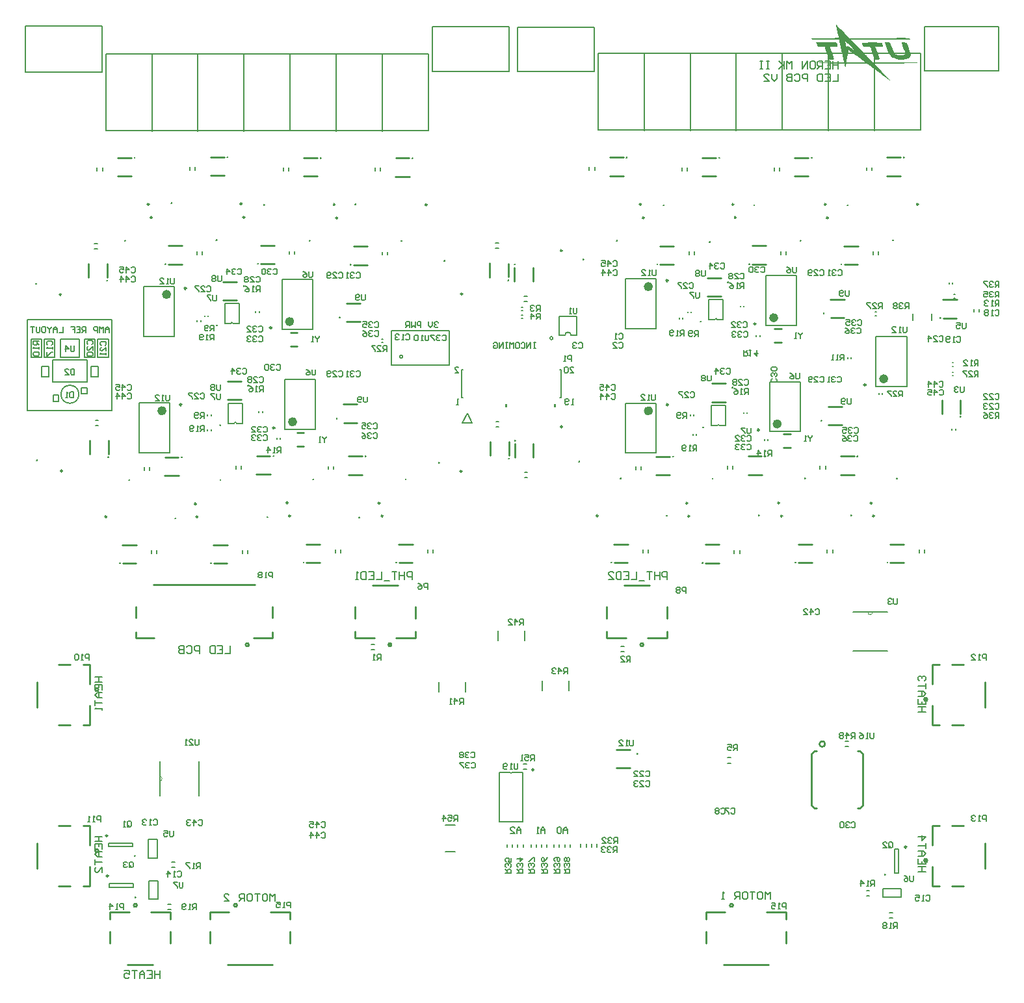
<source format=gbo>
G04*
G04 #@! TF.GenerationSoftware,Altium Limited,Altium Designer,18.1.6 (161)*
G04*
G04 Layer_Color=32896*
%FSTAX44Y44*%
%MOMM*%
G71*
G01*
G75*
%ADD21C,0.2540*%
%ADD79C,0.2000*%
%ADD80C,0.1270*%
%ADD81C,0.2500*%
%ADD82C,0.6000*%
%ADD84C,0.1524*%
%ADD85C,0.0000*%
G36*
X01116999Y01224639D02*
X01119342D01*
X01120163Y01224522D01*
X01121452D01*
X0112192Y01224405D01*
X01122506D01*
X0112274Y01224287D01*
X01123209Y01222764D01*
X01123561Y01221593D01*
X01123912Y01220772D01*
X01124029Y01220069D01*
X01124146Y01219718D01*
X01124264Y01219483D01*
Y01219366D01*
X01124146D01*
X01124029Y01219249D01*
X01123443Y01219132D01*
X01122623D01*
X01121686Y01219015D01*
X01114187D01*
X01116882Y01211164D01*
X01119577Y01202962D01*
X0111946Y01202845D01*
X01119108Y01202728D01*
X01118522D01*
X01117936Y01202611D01*
X01113132D01*
X01111141Y01208469D01*
X01110438Y01210579D01*
X01109852Y01212336D01*
X01109266Y01213742D01*
X01108914Y01214797D01*
X0110868Y01215617D01*
X01108446Y01216203D01*
X01108328Y01216437D01*
Y01216554D01*
X01107391Y01218898D01*
X01106688D01*
X01105985Y01219015D01*
X01100712D01*
X01099892Y01219132D01*
X0109872D01*
X01098369Y01219249D01*
X01098135D01*
X01097432Y01221593D01*
X01097197Y01222296D01*
X01096963Y01222881D01*
X01096846Y0122335D01*
X01096729Y01223702D01*
X01096611Y01224053D01*
Y0122417D01*
X01096729Y01224287D01*
X01097197Y01224405D01*
X01097783D01*
X01098603Y01224522D01*
X01099541D01*
X01100712Y01224639D01*
X01103056D01*
X01105399Y01224756D01*
X01115476D01*
X01116999Y01224639D01*
D02*
G37*
G36*
X01064273Y01222296D02*
X01064624Y01221475D01*
X01064858Y0122089D01*
X01064976Y01220304D01*
X01065093Y01219952D01*
X0106521Y01219366D01*
Y01219249D01*
X01065093D01*
X01064976Y01219132D01*
X01063569D01*
X01062632Y01219015D01*
X01056656D01*
X01056071Y01218898D01*
X0105525D01*
Y01218781D01*
X01055368Y01218546D01*
X01055485Y01218077D01*
X01055719Y01217609D01*
X01056071Y0121632D01*
X01056539Y01214797D01*
X01057125Y01213391D01*
X01057477Y01212102D01*
X01057711Y01211633D01*
X01057828Y01211282D01*
X01057945Y01211047D01*
Y0121093D01*
X01058414Y01209641D01*
X01058883Y01208352D01*
X01059234Y01207415D01*
X01059469Y01206478D01*
X01059703Y01205657D01*
X01059937Y01205072D01*
X01060289Y01204134D01*
X01060523Y01203431D01*
X0106064Y01203197D01*
Y01202962D01*
X01060523Y01202845D01*
X01060054Y01202728D01*
X01059586D01*
X01058883Y01202611D01*
X01054079D01*
X0105361Y01203783D01*
X01053141Y01205072D01*
X01052555Y0120636D01*
X01052087Y01207766D01*
X01051735Y01208938D01*
X01051384Y01209875D01*
X01051149Y01210579D01*
X01051032Y01210696D01*
Y01210813D01*
X01050329Y01212805D01*
X01049743Y01214445D01*
X01049275Y01215851D01*
X01048923Y01217023D01*
X01048572Y01217843D01*
X01048337Y01218546D01*
X0104822Y01218898D01*
Y01219015D01*
X01039081D01*
X01038143Y01221944D01*
X01037089Y01224756D01*
X01063218D01*
X01064273Y01222296D01*
D02*
G37*
G36*
X01126959Y01224873D02*
X01127427D01*
X01128599Y01224756D01*
X01132466D01*
X01133051Y01224639D01*
X01133286D01*
X01135863Y0121796D01*
X01136332Y01216789D01*
X01136684Y01215734D01*
X01137387Y01214094D01*
X01137973Y01212688D01*
X01138441Y01211633D01*
X01138793Y0121093D01*
X01139027Y01210579D01*
X01139261Y01210344D01*
Y01210227D01*
X01140082Y01209524D01*
X01141136Y01209055D01*
X01142308Y01208704D01*
X0114348Y01208469D01*
X01144534Y01208352D01*
X01145471Y01208235D01*
X01148283D01*
X01148752Y01208352D01*
X01149221D01*
X01149807Y01208469D01*
X01150158D01*
X01150744Y01208587D01*
X01150978D01*
X01151447Y01208821D01*
X01151682D01*
X01152033Y01208938D01*
X0115215Y01209055D01*
X01152384Y0120929D01*
X01152502Y01209407D01*
X01152736Y01209641D01*
X01152853Y01209876D01*
X0115297D01*
X01153439Y01210227D01*
X01153556Y01210344D01*
X01152384Y01213391D01*
X01151447Y01216086D01*
X0115051Y01218546D01*
X0114969Y01220655D01*
X01149104Y01222413D01*
X01148869Y01223116D01*
X01148635Y01223702D01*
X01148518Y0122417D01*
X01148401Y01224522D01*
X01148283Y01224639D01*
Y01224756D01*
X01152853D01*
X01153673Y01224639D01*
X01154376Y01224405D01*
X01154845Y01224287D01*
X01155079Y01224053D01*
X01155314Y01223819D01*
X01155431Y01223702D01*
X01156251Y01221475D01*
X01156954Y01219601D01*
X01157657Y01217843D01*
X01158126Y01216203D01*
X01158595Y01214797D01*
X01158946Y01213625D01*
X01159297Y0121257D01*
X01159532Y0121175D01*
X01159766Y0121093D01*
X01159883Y01210344D01*
X01160001Y01209876D01*
Y01209407D01*
X01160118Y01208938D01*
Y01208821D01*
X01160001Y01208118D01*
X01159883Y01207415D01*
X01159297Y01206243D01*
X01159063Y01205775D01*
X01158829Y01205423D01*
X01158712Y01205306D01*
X01158595Y01205189D01*
X01158009Y0120472D01*
X01157306Y01204251D01*
X01155782Y01203665D01*
X01154025Y01203197D01*
X01152267Y01202845D01*
X01150627Y01202611D01*
X01149338Y01202494D01*
X01148049D01*
X01145003Y01202611D01*
X01142425Y0120308D01*
X01140199Y01203665D01*
X01138441Y01204369D01*
X01137035Y01204954D01*
X01136098Y0120554D01*
X01135512Y01206009D01*
X01135278Y01206126D01*
X01134692Y01206595D01*
X01134106Y01207298D01*
X01133051Y01208938D01*
X0113188Y01210813D01*
X01130942Y01212805D01*
X01130122Y01214679D01*
X01129771Y012155D01*
X01129536Y01216203D01*
X01129302Y01216906D01*
X01129068Y01217374D01*
X0112895Y01217609D01*
Y01217726D01*
X0112649Y0122499D01*
X01126959Y01224873D01*
D02*
G37*
G36*
X01062749Y01248659D02*
X01063101Y01248425D01*
X01063921Y01247721D01*
X01064624Y01246901D01*
X01064858Y01246667D01*
X01064976Y0124655D01*
X01066616Y01244909D01*
X01068256Y01243152D01*
X01068959Y01242449D01*
X01069545Y01241863D01*
X01069897Y01241512D01*
X01070014Y01241394D01*
X01071068Y0124034D01*
X01071889Y0123952D01*
X01072592Y01238817D01*
X0107306Y01238231D01*
X01073529Y01237762D01*
X01073763Y01237528D01*
X01073998Y01237293D01*
X01080911Y0123038D01*
X01128482Y0123038D01*
X01131059Y01230498D01*
X01141136D01*
X01142308Y01230615D01*
X01152384D01*
X01154025Y01230498D01*
X01155197D01*
X01156134Y0123038D01*
X0115672D01*
X01157071Y01230263D01*
X01157188D01*
X01157891Y01230146D01*
X0115836Y01229912D01*
X01158829Y01229677D01*
X01159063Y01229326D01*
X01159297Y01228974D01*
Y0122874D01*
X01154611D01*
X01153322Y01228623D01*
X01082317Y01228623D01*
X01088292Y01222413D01*
X01088995Y0122171D01*
X01089933Y01220772D01*
X01090987Y01219601D01*
X01092042Y01218546D01*
X01093096Y01217374D01*
X01094034Y01216437D01*
X0109462Y01215851D01*
X01094737Y01215734D01*
X01094854Y01215617D01*
X01096611Y01213742D01*
X01098252Y01212102D01*
X01099541Y01210696D01*
X01100595Y01209641D01*
X01101415Y01208704D01*
X01102001Y01208118D01*
X01102353Y01207766D01*
X0110247Y01207649D01*
X01111141Y01199096D01*
X01151682D01*
X01153556Y01198979D01*
X01158477D01*
X01159766Y01198862D01*
X01162227D01*
X01164101Y01198744D01*
X01165742D01*
X01166914Y01198627D01*
X01167851Y0119851D01*
X01168437D01*
X01168905Y01198393D01*
X0116914D01*
X01169257Y01198276D01*
X01169374D01*
X01169257Y01198158D01*
X01169023D01*
X01168671Y01198041D01*
X01167499D01*
X01166796Y01197924D01*
X01164922D01*
X01162813Y01197807D01*
X01160469Y0119769D01*
X01152736D01*
X01150158Y01197573D01*
X01112781D01*
X01113484Y01196752D01*
X01113718Y01196401D01*
X0111407Y01195932D01*
X01114656Y01195347D01*
X01115359Y01194643D01*
X01116882Y01192886D01*
X01118757Y01191011D01*
X01120514Y01189136D01*
X01121217Y01188316D01*
X01122037Y01187613D01*
X01122623Y01187027D01*
X01123092Y01186559D01*
X01123326Y01186207D01*
X01123443Y0118609D01*
X01125084Y0118445D01*
X0112649Y01183044D01*
X01127662Y01181755D01*
X01128716Y01180583D01*
X01129653Y01179763D01*
X01130474Y01178943D01*
X01131059Y0117824D01*
X01131528Y01177771D01*
X01132231Y01177068D01*
X01132583Y01176716D01*
X01132817Y01176482D01*
X01133286Y01175896D01*
X01133637Y01175545D01*
X01134106Y01174959D01*
X01134165Y011749D01*
X01134457Y01174725D01*
X0113434D01*
X01134165Y011749D01*
X01133286Y01175427D01*
X01127662Y01179411D01*
X01124967Y01181403D01*
X01122389Y01183278D01*
X01119928Y01185035D01*
X01117585Y01186676D01*
X01115476Y01188316D01*
X01113367Y01189839D01*
X01111609Y01191245D01*
X01109969Y01192417D01*
X01108563Y01193589D01*
X01107391Y01194409D01*
X01106454Y01195229D01*
X01105751Y01195698D01*
X01105282Y01196049D01*
X01105165Y01196167D01*
X01103173Y01197573D01*
X01076224Y01197573D01*
X01075638Y01196401D01*
X01075404Y01195229D01*
X01075286Y01194761D01*
Y01194292D01*
Y01194058D01*
Y0119394D01*
Y01193589D01*
X01075169Y01193237D01*
X01075052Y01193003D01*
X01074935Y01192886D01*
X01074818Y01193003D01*
X01074584Y01193354D01*
X01074349Y01194175D01*
X01074115Y01194878D01*
X01073998Y01195112D01*
Y01195229D01*
X01073646Y01197456D01*
X01057594Y01197573D01*
X01054665D01*
X01052204Y0119769D01*
X01049978Y01197807D01*
X01048103D01*
X01046463Y01197924D01*
X01045174D01*
X01044119Y01198041D01*
X01043182Y01198158D01*
X01042596D01*
X0104201Y01198276D01*
X01041659Y01198393D01*
X01041424D01*
X0104119Y0119851D01*
X01041424Y01198627D01*
X01041893Y01198744D01*
X01042713D01*
X01043651Y01198861D01*
X01044939D01*
X01046228Y01198979D01*
X01049157D01*
X01052204Y01199096D01*
X01073295D01*
X01072006Y01204954D01*
X01071654Y01206712D01*
X01071303Y01208352D01*
X010706Y01211282D01*
X01070131Y01213742D01*
X01069662Y01215851D01*
X01069311Y01217374D01*
X01069077Y01218429D01*
X01068842Y01219132D01*
Y01219366D01*
X01068491Y01220772D01*
X01068256Y01221944D01*
X01068022Y01222999D01*
X01067788Y01223936D01*
X01067553Y01224756D01*
X01067436Y01225576D01*
X01067202Y01226631D01*
X01067085Y01227451D01*
X01066967Y0122792D01*
Y01228154D01*
Y01228271D01*
X01066733Y01228388D01*
X01065327D01*
X01064155Y01228506D01*
X01061226D01*
X01057828Y01228623D01*
X01033105D01*
X01032285Y0122874D01*
X01031699Y01228857D01*
X01031348Y01228974D01*
X01030996Y01229091D01*
X01030762Y01229326D01*
Y01229443D01*
X01030879Y01229677D01*
X01031113Y01229912D01*
X01031934Y01230146D01*
X01032754Y01230263D01*
X01035331D01*
X01036503Y0123038D01*
X01056891D01*
X01058883Y01230498D01*
X0106064D01*
X01062163Y01230615D01*
X01063335D01*
X01064273Y01230732D01*
X01065561D01*
X01065913Y01230849D01*
X01066264D01*
X01066499Y01230966D01*
X0106521Y01236004D01*
X01065093Y0123659D01*
X01064976Y01237176D01*
X01064624Y01238699D01*
X01064507Y01239285D01*
X0106439Y01239871D01*
X01064273Y01240223D01*
Y0124034D01*
X01064038Y01241394D01*
X01063804Y01242215D01*
X01063687Y01243035D01*
X01063569Y01243503D01*
Y01243972D01*
X01063452Y01244206D01*
Y01244441D01*
X01063218Y01245144D01*
X01063101Y01245847D01*
X01062984Y01246316D01*
Y01246433D01*
X01062749Y01247136D01*
X01062632Y01247721D01*
Y01248073D01*
Y0124819D01*
Y01248776D01*
X01062749Y01248659D01*
D02*
G37*
G36*
X0069842Y00749647D02*
X0069588D01*
Y00753457D01*
X0069842D01*
Y00749647D01*
D02*
G37*
G36*
X0063492D02*
X0063238D01*
Y00753457D01*
X0063492D01*
Y00749647D01*
D02*
G37*
%LPC*%
G36*
X01074935Y01226631D02*
X01074935Y01226279D01*
X01075052Y01225694D01*
X01075169Y01224873D01*
X01075404Y01224053D01*
X01075521Y01223233D01*
X01075755Y01222647D01*
X01075872Y01222178D01*
Y01221944D01*
X0107599Y01221593D01*
Y01221124D01*
Y01220772D01*
Y01220655D01*
X01076224Y01219835D01*
X01076458Y01219249D01*
X01076575Y01219015D01*
Y01218898D01*
Y01218546D01*
X01076693Y01218429D01*
X0107681D01*
X01076927Y01218781D01*
X01077044Y01218898D01*
X01077278Y01219483D01*
X01077513Y01219952D01*
X01077747Y01220186D01*
X01077864Y01220421D01*
X01078099Y01220655D01*
X01078216Y01220538D01*
X01078567Y01220421D01*
X01079388Y01219835D01*
X01080208Y01219249D01*
X01080442Y01219132D01*
X01080559Y01219015D01*
X01081262Y01218546D01*
X01081965Y01218077D01*
X01082434Y01217726D01*
X01082551Y01217609D01*
X01083137Y0121714D01*
X01083606Y01216671D01*
X01083957Y01216437D01*
X01084074Y0121632D01*
X01084777Y01215734D01*
X01085012Y012155D01*
X01085129Y01215383D01*
X01085363Y01215148D01*
X01085598Y01215031D01*
X01085715D01*
X01085949Y01214914D01*
X01085832Y012155D01*
X0108548Y01216203D01*
X01084894Y01217023D01*
X01084191Y01217843D01*
X01083371Y01218781D01*
X01082434Y01219835D01*
X01080442Y01221827D01*
X0107845Y01223584D01*
X01077513Y01224405D01*
X01076693Y01225225D01*
X0107599Y01225811D01*
X01075404Y01226279D01*
X01075052Y01226514D01*
X01074935Y01226631D01*
D02*
G37*
G36*
X0107927Y01214679D02*
X01079153Y01214562D01*
Y01214328D01*
X01079036Y01213977D01*
X01078919Y01213508D01*
X01078684Y01212219D01*
X01078333Y01210813D01*
X01078099Y0120929D01*
X01077864Y01208118D01*
X01077747Y01207532D01*
X0107763Y01207181D01*
Y01206946D01*
Y01206829D01*
X01076224Y01199213D01*
X01082317Y01199096D01*
X0109462D01*
X0110083Y01199213D01*
X01090284Y01206946D01*
X0108841Y01208352D01*
X01086769Y01209524D01*
X01085363Y01210579D01*
X01084191Y01211399D01*
X01083137Y01212219D01*
X01082199Y01212805D01*
X01081497Y01213273D01*
X01080911Y01213742D01*
X01080325Y01214094D01*
X01079973Y01214328D01*
X01079505Y01214562D01*
X0107927Y01214679D01*
D02*
G37*
%LPD*%
D21*
X01047034Y00871358D02*
G03*
X01047034Y00871358I-00000359J0D01*
G01*
X0092232Y0091234D02*
G03*
X0092232Y0091234I-00000359J0D01*
G01*
X00886779Y00860898D02*
G03*
X0088676Y00861012I-00000359J0D01*
G01*
X00416627Y00866384D02*
G03*
X00416627Y00866384I-00000359J0D01*
G01*
X00291913Y00907366D02*
G03*
X00291913Y00907366I-00000359J0D01*
G01*
X00256372Y00855924D02*
G03*
X00256354Y00856038I-00000359J0D01*
G01*
X00297539Y0077764D02*
G03*
X00297539Y0077764I-00000359J0D01*
G01*
X0026084Y00725778D02*
G03*
X00260821Y00725892I-00000359J0D01*
G01*
X00412855Y00734668D02*
G03*
X00412855Y00734668I-00000359J0D01*
G01*
X00928187Y0077495D02*
G03*
X00928187Y0077495I-00000359J0D01*
G01*
X00890016Y00722984D02*
G03*
X00889998Y00723098I-00000359J0D01*
G01*
X01043933Y00731874D02*
G03*
X01043933Y00731874I-00000359J0D01*
G01*
X01224939Y00737076D02*
G03*
X01224939Y00737076I-00000359J0D01*
G01*
X01198731Y00865744D02*
G03*
X01198731Y00865744I-00000359J0D01*
G01*
X00962317Y0060839D02*
G03*
X00962317Y0060839I-00000359J0D01*
G01*
X00956382Y01012507D02*
G03*
X00956382Y01012507I-00000359J0D01*
G01*
X00377489Y00966212D02*
G03*
X00377489Y00966212I-00000359J0D01*
G01*
X00382121Y00655231D02*
G03*
X00382121Y00655231I-00000359J0D01*
G01*
X01022455Y00656561D02*
G03*
X01022455Y00656561I-00000359J0D01*
G01*
X01016867Y00966466D02*
G03*
X01016867Y00966466I-00000359J0D01*
G01*
X00497123Y00966006D02*
G03*
X00497123Y00966006I-00000359J0D01*
G01*
X00442065Y00605656D02*
G03*
X00442065Y00605656I-00000359J0D01*
G01*
X00902228Y00656072D02*
G03*
X00902228Y00656072I-00000359J0D01*
G01*
X00898563Y00964694D02*
G03*
X00898563Y00964694I-00000359J0D01*
G01*
X00318113Y01013202D02*
G03*
X00318113Y01013202I-00000359J0D01*
G01*
X00322428Y00606042D02*
G03*
X00322428Y00606042I-00000359J0D01*
G01*
X01082713Y00608332D02*
G03*
X01082713Y00608332I-00000359J0D01*
G01*
X01078033Y0101244D02*
G03*
X01078033Y0101244I-00000359J0D01*
G01*
X00436993Y01013792D02*
G03*
X00436993Y01013792I-00000359J0D01*
G01*
X00502577Y00655231D02*
G03*
X00502577Y00655231I-00000359J0D01*
G01*
X00842591Y00607966D02*
G03*
X00842591Y00607966I-00000359J0D01*
G01*
X00733911Y00942082D02*
G03*
X00733911Y00942082I-00000359J0D01*
G01*
X00021187Y00910078D02*
G03*
X00021187Y00910078I-00000359J0D01*
G01*
X00261277Y00654306D02*
G03*
X00261277Y00654306I-00000359J0D01*
G01*
X00728517Y00678424D02*
G03*
X00728517Y00678424I-00000359J0D01*
G01*
X00838305Y0101244D02*
G03*
X00838305Y0101244I-00000359J0D01*
G01*
X00256137Y00967306D02*
G03*
X00256137Y00967306I-00000359J0D01*
G01*
X00022457Y00680208D02*
G03*
X00022457Y00680208I-00000359J0D01*
G01*
X01142157Y0065642D02*
G03*
X01142157Y0065642I-00000359J0D01*
G01*
X00545951Y00677076D02*
G03*
X00545951Y00677076I-00000359J0D01*
G01*
X00777659Y00966218D02*
G03*
X00777659Y00966218I-00000359J0D01*
G01*
X00197717Y01015488D02*
G03*
X00197717Y01015488I-00000359J0D01*
G01*
X00142659Y00654306D02*
G03*
X00142659Y00654306I-00000359J0D01*
G01*
X01137069Y00966726D02*
G03*
X01137069Y00966726I-00000359J0D01*
G01*
X00782425Y00656586D02*
G03*
X00782425Y00656586I-00000359J0D01*
G01*
X00553257Y00940214D02*
G03*
X00553257Y00940214I-00000359J0D01*
G01*
X00137011Y00966212D02*
G03*
X00137011Y00966212I-00000359J0D01*
G01*
X00202737Y00604494D02*
G03*
X00202737Y00604494I-00000359J0D01*
G01*
X00706013Y00953445D02*
G03*
X00706013Y00953445I-00001016J0D01*
G01*
X0116996Y0101397D02*
G03*
X0116996Y0101397I-00001016J0D01*
G01*
X01151291Y01074686D02*
G03*
X01151291Y01074686I-00000359J0D01*
G01*
X01112604Y0060757D02*
G03*
X01112604Y0060757I-00001016J0D01*
G01*
X01129959Y00546854D02*
G03*
X01129959Y00546854I-00000359J0D01*
G01*
X0079033Y01074741D02*
G03*
X0079033Y01074741I-00000359J0D01*
G01*
X00989112Y00624646D02*
G03*
X00989112Y00624646I-00001016J0D01*
G01*
X00970443Y00685362D02*
G03*
X00970443Y00685362I-00000359J0D01*
G01*
X00872004Y00607258D02*
G03*
X00872004Y00607258I-00001016J0D01*
G01*
X00889359Y00546542D02*
G03*
X00889359Y00546542I-00000359J0D01*
G01*
X00869386Y00624222D02*
G03*
X00869386Y00624222I-00001016J0D01*
G01*
X00850717Y00684938D02*
G03*
X00850717Y00684938I-00000359J0D01*
G01*
X00992902Y00607711D02*
G03*
X00992902Y00607711I-00001016J0D01*
G01*
X01010257Y00546995D02*
G03*
X01010257Y00546995I-00000359J0D01*
G01*
X01109508Y00624588D02*
G03*
X01109508Y00624588I-00001016J0D01*
G01*
X01090839Y00685304D02*
G03*
X01090839Y00685304I-00000359J0D01*
G01*
X00932688Y00996616D02*
G03*
X00932688Y00996616I-00001016J0D01*
G01*
X00950043Y009359D02*
G03*
X00950043Y009359I-00000359J0D01*
G01*
X0092943Y01013544D02*
G03*
X0092943Y01013544I-00001016J0D01*
G01*
X00910761Y0107426D02*
G03*
X00910761Y0107426I-00000359J0D01*
G01*
X00808999Y01014025D02*
G03*
X00808999Y01014025I-00001016J0D01*
G01*
X00706314Y00723914D02*
G03*
X00706314Y00723914I-00001016J0D01*
G01*
X00644941Y00705902D02*
G03*
X00644941Y00705902I-00000359J0D01*
G01*
X00575452Y00665731D02*
G03*
X00575452Y00665731I-00001016J0D01*
G01*
X0063694Y00682485D02*
G03*
X0063694Y00682485I-00000359J0D01*
G01*
X00752872Y00607736D02*
G03*
X00752872Y00607736I-00001016J0D01*
G01*
X00770227Y0054702D02*
G03*
X00770227Y0054702I-00000359J0D01*
G01*
X01049758Y0101371D02*
G03*
X01049758Y0101371I-00001016J0D01*
G01*
X01031089Y01074426D02*
G03*
X01031089Y01074426I-00000359J0D01*
G01*
X00812824Y00996184D02*
G03*
X00812824Y00996184I-00001016J0D01*
G01*
X00830179Y00935468D02*
G03*
X00830179Y00935468I-00000359J0D01*
G01*
X0057626Y00897019D02*
G03*
X0057626Y00897019I-00001016J0D01*
G01*
X00636319Y00915031D02*
G03*
X00636319Y00915031I-00000359J0D01*
G01*
X01052552Y00996184D02*
G03*
X01052552Y00996184I-00001016J0D01*
G01*
X01069907Y00935468D02*
G03*
X01069907Y00935468I-00000359J0D01*
G01*
X0064464Y00935433D02*
G03*
X0064464Y00935433I-00000359J0D01*
G01*
X0034898Y0062492D02*
G03*
X0034898Y0062492I-00001016J0D01*
G01*
X00330311Y00685636D02*
G03*
X00330311Y00685636I-00000359J0D01*
G01*
X00468868Y00624534D02*
G03*
X00468868Y00624534I-00001016J0D01*
G01*
X00450199Y0068525D02*
G03*
X00450199Y0068525I-00000359J0D01*
G01*
X00055194Y00666311D02*
G03*
X00055194Y00666311I-00001016J0D01*
G01*
X0022954Y00623372D02*
G03*
X0022954Y00623372I-00001016J0D01*
G01*
X00210871Y00684088D02*
G03*
X00210871Y00684088I-00000359J0D01*
G01*
X00352308Y00607711D02*
G03*
X00352308Y00607711I-00001016J0D01*
G01*
X00369663Y00546995D02*
G03*
X00369663Y00546995I-00000359J0D01*
G01*
X00472764Y00607711D02*
G03*
X00472764Y00607711I-00001016J0D01*
G01*
X00490119Y00546995D02*
G03*
X00490119Y00546995I-00000359J0D01*
G01*
X00112846Y00606786D02*
G03*
X00112846Y00606786I-00001016J0D01*
G01*
X00130201Y0054607D02*
G03*
X00130201Y0054607I-00000359J0D01*
G01*
X00231464Y00606786D02*
G03*
X00231464Y00606786I-00001016J0D01*
G01*
X00248819Y0054607D02*
G03*
X00248819Y0054607I-00000359J0D01*
G01*
X00289028Y0101455D02*
G03*
X00289028Y0101455I-00001016J0D01*
G01*
X00270359Y01075266D02*
G03*
X00270359Y01075266I-00000359J0D01*
G01*
X0041038Y01013456D02*
G03*
X0041038Y01013456I-00001016J0D01*
G01*
X00391711Y01074172D02*
G03*
X00391711Y01074172I-00000359J0D01*
G01*
X00530014Y0101325D02*
G03*
X00530014Y0101325I-00001016J0D01*
G01*
X00511345Y01073966D02*
G03*
X00511345Y01073966I-00000359J0D01*
G01*
X00053842Y00896446D02*
G03*
X00053842Y00896446I-00001016J0D01*
G01*
X00113901Y00914458D02*
G03*
X00113901Y00914458I-00000359J0D01*
G01*
X00292632Y00996946D02*
G03*
X00292632Y00996946I-00001016J0D01*
G01*
X00309987Y0093623D02*
G03*
X00309987Y0093623I-00000359J0D01*
G01*
X00413536Y0099593D02*
G03*
X00413536Y0099593I-00001016J0D01*
G01*
X00430891Y00935214D02*
G03*
X00430891Y00935214I-00000359J0D01*
G01*
X00172228Y0099661D02*
G03*
X00172228Y0099661I-00001016J0D01*
G01*
X00189583Y00935894D02*
G03*
X00189583Y00935894I-00000359J0D01*
G01*
X00168138Y01013732D02*
G03*
X00168138Y01013732I-00001016J0D01*
G01*
X00149469Y01074448D02*
G03*
X00149469Y01074448I-00000359J0D01*
G01*
X00115253Y00684323D02*
G03*
X00115253Y00684323I-00000359J0D01*
G01*
X01055819Y0086577D02*
X01073345D01*
X01055565Y008899D02*
X01073565D01*
X00982921Y0083425D02*
X00991557D01*
X00982921Y00851522D02*
X00991557D01*
X00895291Y00917928D02*
X00912817D01*
X00895071Y00893798D02*
X00913071D01*
X00425412Y00860796D02*
X00442938D01*
X00425158Y00884926D02*
X00443158D01*
X00352514Y00829276D02*
X0036115D01*
X00352514Y00846548D02*
X0036115D01*
X00264884Y00912954D02*
X0028241D01*
X00264664Y00888824D02*
X00282664D01*
X00360674Y0069875D02*
X0036931D01*
X00360674Y00716022D02*
X0036931D01*
X0027029Y00759098D02*
X0028829D01*
X0027051Y00783228D02*
X00288036D01*
X0042164Y0072908D02*
X00439166D01*
X00421386Y0075321D02*
X00439386D01*
X00901158Y00780538D02*
X00918684D01*
X00900938Y00756408D02*
X00918938D01*
X00994664Y00696972D02*
X010033D01*
X00994664Y00714244D02*
X010033D01*
X01052718Y00726286D02*
X01070244D01*
X01052464Y00750416D02*
X01070464D01*
X01224834Y0074114D02*
Y00758666D01*
X01200704Y00740886D02*
Y00758886D01*
X01202436Y0086549D02*
X01219962D01*
X01202182Y0088962D02*
X01220182D01*
X01129122Y0105081D02*
X01147122D01*
X01129342Y0107494D02*
X01146868D01*
X0113341Y0057073D02*
X0115141D01*
X01133664Y005466D02*
X0115119D01*
X00768381Y01074995D02*
X00785907D01*
X00768161Y01050865D02*
X00786161D01*
X00948274Y00661486D02*
X00966274D01*
X00948494Y00685616D02*
X0096602D01*
X0089281Y00570418D02*
X0091081D01*
X00893064Y00546288D02*
X0091059D01*
X00828548Y00661062D02*
X00846548D01*
X00828768Y00685192D02*
X00846294D01*
X01013708Y00570871D02*
X01031708D01*
X01013962Y00546741D02*
X01031488D01*
X0106867Y00661428D02*
X0108667D01*
X0106889Y00685558D02*
X01086416D01*
X00953494Y00959776D02*
X00971494D01*
X00953748Y00935646D02*
X00971274D01*
X00888592Y01050384D02*
X00906592D01*
X00888812Y01074514D02*
X00906338D01*
X00668458Y00684092D02*
Y00702092D01*
X00644328Y00684312D02*
Y00701838D01*
X00612705Y00686295D02*
Y00704295D01*
X00636835Y00686549D02*
Y00704075D01*
X00773678Y00570896D02*
X00791678D01*
X00773932Y00546766D02*
X00791458D01*
X0100892Y0105055D02*
X0102692D01*
X0100914Y0107468D02*
X01026666D01*
X0083363Y00959344D02*
X0085163D01*
X00833884Y00935214D02*
X0085141D01*
X00612084Y00918841D02*
Y00936841D01*
X00636214Y00919095D02*
Y00936621D01*
X01073358Y00959344D02*
X01091358D01*
X01073612Y00935214D02*
X01091138D01*
X00668157Y00913623D02*
Y00931623D01*
X00644027Y00913843D02*
Y00931369D01*
X00308362Y0068589D02*
X00325888D01*
X00308142Y0066176D02*
X00326142D01*
X0042825Y00685504D02*
X00445776D01*
X0042803Y00661374D02*
X0044603D01*
X00188922Y00684342D02*
X00206448D01*
X00188702Y00660212D02*
X00206702D01*
X00373368Y00546741D02*
X00390894D01*
X00373114Y00570871D02*
X00391114D01*
X00493824Y00546741D02*
X0051135D01*
X0049357Y00570871D02*
X0051157D01*
X00133906Y00545816D02*
X00151432D01*
X00133652Y00569946D02*
X00151652D01*
X00252524Y00545816D02*
X0027005D01*
X0025227Y00569946D02*
X0027027D01*
X0024841Y0107552D02*
X00265936D01*
X0024819Y0105139D02*
X0026619D01*
X00369762Y01074426D02*
X00387288D01*
X00369542Y01050296D02*
X00387542D01*
X00489396Y0107422D02*
X00506922D01*
X00489176Y0105009D02*
X00507176D01*
X00113796Y00918522D02*
Y00936048D01*
X00089666Y00918268D02*
Y00936268D01*
X00313692Y00935976D02*
X00331218D01*
X00313438Y00960106D02*
X00331438D01*
X00434596Y0093496D02*
X00452122D01*
X00434342Y0095909D02*
X00452342D01*
X00193288Y0093564D02*
X00210814D01*
X00193034Y0095977D02*
X00211034D01*
X0012752Y01074702D02*
X00145046D01*
X001273Y01050572D02*
X001453D01*
X00091018Y00688132D02*
Y00706133D01*
X00115148Y00688387D02*
Y00705912D01*
X00283024Y0010024D02*
G03*
X00283024Y0010024I-00002074J0D01*
G01*
X00928774D02*
G03*
X00928774Y0010024I-00002074J0D01*
G01*
X00298324Y0043976D02*
G03*
X00298324Y0043976I-00002074J0D01*
G01*
X00152474Y0010024D02*
G03*
X00152474Y0010024I-00002074J0D01*
G01*
X01181834Y0015865D02*
G03*
X01181834Y0015865I-00002074J0D01*
G01*
Y0036865D02*
G03*
X01181834Y0036865I-00002074J0D01*
G01*
X00102314Y0017135D02*
G03*
X00102314Y0017135I-00002074J0D01*
G01*
Y0038135D02*
G03*
X00102314Y0038135I-00002074J0D01*
G01*
X00812174Y0043976D02*
G03*
X00812174Y0043976I-00002074J0D01*
G01*
X00483874Y0043976D02*
G03*
X00483874Y0043976I-00002074J0D01*
G01*
X00150602Y001105D02*
G03*
X00150602Y001105I-00000254J0D01*
G01*
X00149762Y00164485D02*
G03*
X00149762Y00164485I-00000254J0D01*
G01*
X0066927Y0027685D02*
G03*
X0066927Y0027685I-0000127J0D01*
G01*
X00804249Y00297558D02*
G03*
X00804249Y00297558I-00000359J0D01*
G01*
X01048542Y00310482D02*
G03*
X01048542Y00310482I-00003592J0D01*
G01*
X01126636Y00139902D02*
G03*
X01126636Y00139902I-00000254J0D01*
G01*
X0032667Y0009135D02*
X0035207D01*
Y0008246D02*
Y0009135D01*
X0027079Y0002277D02*
X0032921D01*
X0024793Y0008246D02*
Y0009135D01*
X0027206D01*
X0035207Y0005071D02*
Y0006595D01*
X0024793Y0005071D02*
Y0006595D01*
X0097242Y0009135D02*
X0099782D01*
Y0008246D02*
Y0009135D01*
X0091654Y0002277D02*
X0097496D01*
X0089368Y0008246D02*
Y0009135D01*
X0091781D01*
X0099782Y0005071D02*
Y0006595D01*
X0089368Y0005071D02*
Y0006595D01*
X003289Y0047532D02*
Y0048929D01*
X001511Y0047532D02*
Y0048929D01*
Y0045119D02*
Y00455D01*
Y0044865D02*
Y0045627D01*
Y0044865D02*
X0017523D01*
X001511Y00455D02*
Y0045627D01*
X0017396Y005185D02*
X0030604D01*
X003289Y0044865D02*
Y0045627D01*
X0030477Y0044865D02*
X003289D01*
X0019612Y0005071D02*
Y0006595D01*
X0011738Y0005071D02*
Y0006595D01*
X0017072Y0009135D02*
X0019612D01*
Y0008246D02*
Y0009135D01*
X00148495Y0002277D02*
X00165005D01*
X0011738Y0008246D02*
Y0009135D01*
X0014278D01*
X0014024Y0002277D02*
X00148495D01*
X00165005D02*
X0017326D01*
X0121405Y0020437D02*
X0122929D01*
X0121405Y0012563D02*
X0122929D01*
X0118865Y0017897D02*
Y0020437D01*
X0119754D01*
X0125723Y00156745D02*
Y00173255D01*
X0118865Y0012563D02*
X0119754D01*
X0118865D02*
Y0015103D01*
X0125723Y0014849D02*
Y00156745D01*
Y00173255D02*
Y0018151D01*
X0121405Y0041437D02*
X0122929D01*
X0121405Y0033563D02*
X0122929D01*
X0118865Y0038897D02*
Y0041437D01*
X0119754D01*
X0125723Y00366745D02*
Y00383255D01*
X0118865Y0033563D02*
X0119754D01*
X0118865D02*
Y0036103D01*
X0125723Y0035849D02*
Y00366745D01*
Y00383255D02*
Y0039151D01*
X0005071Y0012563D02*
X0006595D01*
X0005071Y0020437D02*
X0006595D01*
X0009135Y0012563D02*
Y0015103D01*
X0008246Y0012563D02*
X0009135D01*
X0002277Y00156745D02*
Y00173255D01*
X0008246Y0020437D02*
X0009135D01*
Y0017897D02*
Y0020437D01*
X0002277Y00173255D02*
Y0018151D01*
Y0014849D02*
Y00156745D01*
X0005071Y0033563D02*
X0006595D01*
X0005071Y0041437D02*
X0006595D01*
X0009135Y0033563D02*
Y0036103D01*
X0008246Y0033563D02*
X0009135D01*
X0002277Y00366745D02*
Y00383255D01*
X0008246Y0041437D02*
X0009135D01*
Y0038897D02*
Y0041437D01*
X0002277Y00383255D02*
Y0039151D01*
Y0035849D02*
Y00366745D01*
X0076438Y0047405D02*
Y0048929D01*
X0084312Y0047405D02*
Y0048929D01*
X0076438Y0044865D02*
X0078978D01*
X0076438D02*
Y0045754D01*
X00795495Y0051723D02*
X00812005D01*
X0084312Y0044865D02*
Y0045754D01*
X0081772Y0044865D02*
X0084312D01*
X00812005Y0051723D02*
X0082026D01*
X0078724D02*
X00795495D01*
X0043608Y0047405D02*
Y0048929D01*
X0051482Y0047405D02*
Y0048929D01*
X0043608Y0044865D02*
X0046148D01*
X0043608D02*
Y0045754D01*
X00467195Y0051723D02*
X00483705D01*
X0051482Y0044865D02*
Y0045754D01*
X0048942Y0044865D02*
X0051482D01*
X00483705Y0051723D02*
X0049196D01*
X0045894D02*
X00467195D01*
X00777Y00279016D02*
X00795D01*
X0077722Y00303146D02*
X00794746D01*
X01090924Y00226662D02*
X01093464D01*
X01097274Y00230472D01*
Y00297782D01*
X01093464Y00301592D02*
X01097274Y00297782D01*
X01090924Y00301592D02*
X01093464D01*
X0103479Y00226662D02*
X0103733D01*
X0103098Y00230472D02*
X0103479Y00226662D01*
X0103098Y00230472D02*
Y00297782D01*
X0103479Y00301592D01*
X0103733D01*
D79*
X00006924Y01245886D02*
X00106924D01*
X00006924Y01185886D02*
X00106924D01*
Y01245886D01*
X00006924Y01185886D02*
Y01245886D01*
X00536924Y01245D02*
X00636924D01*
X00536924Y01187186D02*
X00636924D01*
Y01245D01*
X00536924Y01187186D02*
Y01245D01*
X00648424Y01244464D02*
X00748424D01*
X00648424Y01186758D02*
X00748424D01*
Y01244464D01*
X00648424Y01186758D02*
Y01244464D01*
X01177924Y01188158D02*
X01275D01*
X01177924Y01245D02*
X01275D01*
Y01188158D02*
Y01245D01*
X01177924Y01188158D02*
Y01245D01*
X00752946Y011105D02*
Y012105D01*
X00812946Y0111D02*
Y0121D01*
X00872946Y0111D02*
Y0121D01*
X00932946Y0111D02*
Y0121D01*
X00992946Y0111183D02*
Y0121D01*
X01052946Y0111D02*
Y0121D01*
X01112946Y0111D02*
Y0121D01*
X01172946Y011105D02*
Y012105D01*
X00752946Y011105D02*
X01172946D01*
X00752946Y012105D02*
X01172946D01*
X00111946Y0111D02*
Y0121D01*
X00171946Y011095D02*
Y012095D01*
X00231946Y011095D02*
Y012095D01*
X00291946Y011095D02*
Y012095D01*
X00351946Y0111133D02*
Y012095D01*
X00411946Y011095D02*
Y012095D01*
X00471946Y011095D02*
Y012095D01*
X00531946Y0111D02*
Y0121D01*
X00111946Y0111D02*
X00531946D01*
X00111946Y0121D02*
X00531946D01*
X010655Y01200793D02*
Y01190796D01*
Y01195795D01*
X01058836D01*
Y01200793D01*
Y01190796D01*
X01048839Y01200793D02*
X01055503D01*
Y01190796D01*
X01048839D01*
X01055503Y01195795D02*
X01052171D01*
X01045507Y01190796D02*
Y01200793D01*
X01040508D01*
X01038842Y01199127D01*
Y01195795D01*
X01040508Y01194128D01*
X01045507D01*
X01042174D02*
X01038842Y01190796D01*
X01030511Y01200793D02*
X01033844D01*
X0103551Y01199127D01*
Y01192462D01*
X01033844Y01190796D01*
X01030511D01*
X01028845Y01192462D01*
Y01199127D01*
X01030511Y01200793D01*
X01025513Y01190796D02*
Y01200793D01*
X01018848Y01190796D01*
Y01200793D01*
X01005519Y01190796D02*
Y01200793D01*
X01002187Y01197461D01*
X00998855Y01200793D01*
Y01190796D01*
X00995523Y01200793D02*
Y01190796D01*
Y01194128D01*
X00988858Y01200793D01*
X00993857Y01195795D01*
X00988858Y01190796D01*
X00975529Y01200793D02*
X00972197D01*
X00973863D01*
Y01190796D01*
X00975529D01*
X00972197D01*
X00967198Y01200793D02*
X00963866D01*
X00965532D01*
Y01190796D01*
X00967198D01*
X00963866D01*
X010655Y01183997D02*
Y01174D01*
X01058836D01*
X01048839Y01183997D02*
X01055503D01*
Y01174D01*
X01048839D01*
X01055503Y01178998D02*
X01052171D01*
X01045507Y01183997D02*
Y01174D01*
X01040508D01*
X01038842Y01175666D01*
Y01182331D01*
X01040508Y01183997D01*
X01045507D01*
X01025513Y01174D02*
Y01183997D01*
X01020515D01*
X01018848Y01182331D01*
Y01178998D01*
X01020515Y01177332D01*
X01025513D01*
X01008852Y01182331D02*
X01010518Y01183997D01*
X0101385D01*
X01015516Y01182331D01*
Y01175666D01*
X0101385Y01174D01*
X01010518D01*
X01008852Y01175666D01*
X01005519Y01183997D02*
Y01174D01*
X01000521D01*
X00998855Y01175666D01*
Y01177332D01*
X01000521Y01178998D01*
X01005519D01*
X01000521D01*
X00998855Y01180665D01*
Y01182331D01*
X01000521Y01183997D01*
X01005519D01*
X00985526D02*
Y01177332D01*
X00982194Y01174D01*
X00978861Y01177332D01*
Y01183997D01*
X00968865Y01174D02*
X00975529D01*
X00968865Y01180665D01*
Y01182331D01*
X00970531Y01183997D01*
X00973863D01*
X00975529Y01182331D01*
X00908154Y0086349D02*
G03*
X00904904Y0086349I-00001625J0D01*
G01*
X00717855Y00843214D02*
G03*
X00709855Y00843214I-00004J0D01*
G01*
X00694249Y00839404D02*
G03*
X00694249Y00839404I-00001984J0D01*
G01*
X00277747Y00858516D02*
G03*
X00274497Y00858516I-00001625J0D01*
G01*
X00076912Y00766334D02*
G03*
X00076912Y00766334I-00011718J0D01*
G01*
X00282215Y0072837D02*
G03*
X00278965Y0072837I-00001625J0D01*
G01*
X00911391Y00725576D02*
G03*
X00908141Y00725576I-00001625J0D01*
G01*
X00559086Y00803902D02*
Y00848134D01*
X00558357Y00848864D02*
X00559086Y00848134D01*
X00483542Y00848864D02*
X00558357D01*
X00483542Y00803902D02*
X00559086D01*
X00483542D02*
Y00848864D01*
X00971639Y00856026D02*
Y00921026D01*
X01011639Y00856026D02*
Y00921026D01*
X00971639Y00856026D02*
X01011639D01*
X00971639Y00921026D02*
X01011639D01*
X00897447Y0086349D02*
Y0088949D01*
X00915735D01*
Y0086349D02*
Y0088949D01*
X00908154Y0086349D02*
X00915735D01*
X00897447D02*
X00904904D01*
X00828434Y00851572D02*
Y00916572D01*
X00788434Y00851572D02*
Y00916572D01*
X00828434D01*
X00788434Y00851572D02*
X00828434D01*
X00702679Y00843D02*
X00709791D01*
X00717919D02*
X00725539D01*
Y00868D01*
X00702679D02*
X00725539D01*
X00702679Y00843D02*
Y00868D01*
X00341232Y00916052D02*
X00381232D01*
X00341232Y00851052D02*
X00381232D01*
Y00916052D01*
X00341232Y00851052D02*
Y00916052D01*
X0026704Y00858516D02*
Y00884516D01*
X00285328D01*
Y00858516D02*
Y00884516D01*
X00277747Y00858516D02*
X00285328D01*
X0026704D02*
X00274497D01*
X00201054Y00841412D02*
Y00906412D01*
X00161054Y00841412D02*
Y00906412D01*
X00201054D01*
X00161054Y00841412D02*
X00201054D01*
X00101928Y00789174D02*
Y00802382D01*
X000925Y00789174D02*
X00101928D01*
X000925D02*
Y00802382D01*
X00101928D01*
X000375Y00789174D02*
Y00802382D01*
X00028519Y00789174D02*
X000375D01*
X00028519D02*
Y00802382D01*
X000375D01*
X0012Y00745D02*
Y0086385D01*
X0001Y00745D02*
X0012D01*
X0001D02*
Y0086385D01*
X0012D01*
X000525Y00838548D02*
X000775D01*
X000525Y00814298D02*
Y00838548D01*
Y00814298D02*
X000775D01*
Y00838548D01*
X0001454D02*
X00028126D01*
X0001454Y00814298D02*
Y00838548D01*
Y00814298D02*
X00028126D01*
Y00838548D01*
X0003204Y00838549D02*
X00045626D01*
X0003204Y00814299D02*
Y00838549D01*
Y00814299D02*
X00045626D01*
Y00838549D01*
X00084428Y00838331D02*
X00098014D01*
X00084428Y00814081D02*
Y00838331D01*
Y00814081D02*
X00098014D01*
Y00838331D01*
X00115152Y0081408D02*
Y0083833D01*
X00101566Y0081408D02*
X00115152D01*
X00101566D02*
Y0083833D01*
X00115152D01*
X00043343Y00765058D02*
X00050385D01*
X00043343Y00757214D02*
Y00765058D01*
X00043643Y00756914D02*
X00050385D01*
Y00765058D01*
X00087236Y00766678D02*
Y00774822D01*
X00080494Y00766678D02*
X00087236D01*
X00080194Y00766978D02*
Y00774822D01*
X00087236D01*
X00042386Y0078201D02*
X00087386D01*
Y00811036D01*
X00042386Y0078201D02*
Y00810476D01*
X00043149Y00811036D02*
X00087386D01*
X00154958Y00689856D02*
X00194958D01*
X00154958Y00754856D02*
X00194958D01*
X00154958Y00689856D02*
Y00754856D01*
X00194958Y00689856D02*
Y00754856D01*
X00271508Y0072837D02*
X00278965D01*
X00282215D02*
X00289796D01*
Y0075437D01*
X00271508D02*
X00289796D01*
X00271508Y0072837D02*
Y0075437D01*
X00345144Y00720429D02*
Y00785429D01*
X00385144Y00720429D02*
Y00785429D01*
X00345144Y00720429D02*
X00385144D01*
X00345144Y00785429D02*
X00385144D01*
X00828496Y00689716D02*
Y00754716D01*
X00788496Y00689716D02*
Y00754716D01*
X00828496D01*
X00788496Y00689716D02*
X00828496D01*
X00900684Y00725576D02*
Y00751576D01*
X00918972D01*
Y00725576D02*
Y00751576D01*
X00911391Y00725576D02*
X00918972D01*
X00900684D02*
X00908141D01*
X00976222Y00782635D02*
X01016222D01*
X00976222Y00717635D02*
X01016222D01*
Y00782635D01*
X00976222Y00717635D02*
Y00782635D01*
X0111492Y00776414D02*
Y00841414D01*
X0115492Y00776414D02*
Y00841414D01*
X0111492Y00776414D02*
X0115492D01*
X0111492Y00841414D02*
X0115492D01*
X01249116Y00873534D02*
Y00877534D01*
X01242116Y00873534D02*
Y00877534D01*
X01163258Y00862898D02*
Y00870898D01*
X01187258Y00862898D02*
Y00870898D01*
X0065721Y00657467D02*
X0066121D01*
X0065721Y00664467D02*
X0066121D01*
X01109497Y01058058D02*
Y01062058D01*
X01102497Y01058058D02*
Y01062058D01*
X01171035Y00559482D02*
Y00563482D01*
X01178035Y00559482D02*
Y00563482D01*
X00928649Y00668734D02*
Y00672734D01*
X00921649Y00668734D02*
Y00672734D01*
X00930435Y0055917D02*
Y0056317D01*
X00937435Y0055917D02*
Y0056317D01*
X00808923Y0066831D02*
Y0067231D01*
X00801923Y0066831D02*
Y0067231D01*
X01051333Y00559623D02*
Y00563623D01*
X01058333Y00559623D02*
Y00563623D01*
X01049045Y00668676D02*
Y00672676D01*
X01042045Y00668676D02*
Y00672676D01*
X00991119Y00948528D02*
Y00952528D01*
X00998119Y00948528D02*
Y00952528D01*
X00868967Y01057632D02*
Y01061632D01*
X00861967Y01057632D02*
Y01061632D01*
X00748536Y01058113D02*
Y01062113D01*
X00741536Y01058113D02*
Y01062113D01*
X00619953Y0072392D02*
X00623953D01*
X00619953Y0073092D02*
X00623953D01*
X00811303Y00559648D02*
Y00563648D01*
X00818303Y00559648D02*
Y00563648D01*
X00989295Y01057798D02*
Y01061798D01*
X00982295Y01057798D02*
Y01061798D01*
X00871255Y00948096D02*
Y00952096D01*
X00878255Y00948096D02*
Y00952096D01*
X00619332Y00956466D02*
X00623332D01*
X00619332Y00963466D02*
X00623332D01*
X01110983Y00948096D02*
Y00952096D01*
X01117983Y00948096D02*
Y00952096D01*
X00656909Y00893998D02*
X00660909D01*
X00656909Y00886998D02*
X00660909D01*
X00281517Y00669008D02*
Y00673008D01*
X00288517Y00669008D02*
Y00673008D01*
X00401405Y00668622D02*
Y00672622D01*
X00408405Y00668622D02*
Y00672622D01*
X00098266Y00732757D02*
X00102266D01*
X00098266Y00725758D02*
X00102266D01*
X00162077Y0066746D02*
Y0067146D01*
X00169077Y0066746D02*
Y0067146D01*
X00417739Y00559623D02*
Y00563623D01*
X00410739Y00559623D02*
Y00563623D01*
X00538195Y00559623D02*
Y00563623D01*
X00531195Y00559623D02*
Y00563623D01*
X00178277Y00558698D02*
Y00562698D01*
X00171277Y00558698D02*
Y00562698D01*
X00296895Y00558698D02*
Y00562698D01*
X00289895Y00558698D02*
Y00562698D01*
X00221565Y01058638D02*
Y01062638D01*
X00228565Y01058638D02*
Y01062638D01*
X00342917Y01057544D02*
Y01061544D01*
X00349917Y01057544D02*
Y01061544D01*
X00462551Y01057338D02*
Y01061338D01*
X00469551Y01057338D02*
Y01061338D01*
X00096914Y00962893D02*
X00100914D01*
X00096914Y00955893D02*
X00100914D01*
X00358063Y00948858D02*
Y00952858D01*
X00351063Y00948858D02*
Y00952858D01*
X00478967Y00947842D02*
Y00951842D01*
X00471967Y00947842D02*
Y00951842D01*
X00237659Y00948522D02*
Y00952522D01*
X00230659Y00948522D02*
Y00952522D01*
X00100675Y0105782D02*
Y0106182D01*
X00107675Y0105782D02*
Y0106182D01*
X0054483Y0085944D02*
X0054358Y0086069D01*
X00541081D01*
X00539832Y0085944D01*
Y00858191D01*
X00541081Y00856941D01*
X00542331D01*
X00541081D01*
X00539832Y00855691D01*
Y00854442D01*
X00541081Y00853192D01*
X0054358D01*
X0054483Y00854442D01*
X00537332Y0086069D02*
Y00855691D01*
X00534833Y00853192D01*
X00532334Y00855691D01*
Y0086069D01*
X00522337Y00853192D02*
Y0086069D01*
X00518588D01*
X00517339Y0085944D01*
Y00856941D01*
X00518588Y00855691D01*
X00522337D01*
X0051484Y0086069D02*
Y00853192D01*
X0051234Y00855691D01*
X00509841Y00853192D01*
Y0086069D01*
X00507342Y00853192D02*
Y0086069D01*
X00503593D01*
X00502344Y0085944D01*
Y00856941D01*
X00503593Y00855691D01*
X00507342D01*
X00504843D02*
X00502344Y00853192D01*
X00566422Y00794478D02*
X0057142D01*
X00566422Y00799476D01*
Y00800726D01*
X00567671Y00801976D01*
X0057017D01*
X0057142Y00800726D01*
Y00752822D02*
X00568921D01*
X0057017D01*
Y0076032D01*
X0057142Y0075907D01*
X00716282Y00794478D02*
X0072128D01*
X00716282Y00799476D01*
Y00800726D01*
X00717531Y00801976D01*
X0072003D01*
X0072128Y00800726D01*
X00713782D02*
X00712533Y00801976D01*
X00710034D01*
X00708784Y00800726D01*
Y00795728D01*
X00710034Y00794478D01*
X00712533D01*
X00713782Y00795728D01*
Y00800726D01*
X00721106Y00753039D02*
X00718607D01*
X00719856D01*
Y00760536D01*
X00721106Y00759287D01*
X00714858Y00754288D02*
X00713608Y00753039D01*
X00711109D01*
X0070986Y00754288D01*
Y00759287D01*
X00711109Y00760536D01*
X00713608D01*
X00714858Y00759287D01*
Y00758037D01*
X00713608Y00756787D01*
X0070986D01*
X00116174Y0084678D02*
Y00851778D01*
X00113675Y00854278D01*
X00111176Y00851778D01*
Y0084678D01*
Y00850529D01*
X00116174D01*
X00108676Y0084678D02*
Y00854278D01*
X00106177Y00851778D01*
X00103678Y00854278D01*
Y0084678D01*
X00101179D02*
Y00854278D01*
X0009743D01*
X0009618Y00853028D01*
Y00850529D01*
X0009743Y00849279D01*
X00101179D01*
X00086184Y0084678D02*
Y00854278D01*
X00082435D01*
X00081185Y00853028D01*
Y00850529D01*
X00082435Y00849279D01*
X00086184D01*
X00083684D02*
X00081185Y0084678D01*
X00073688Y00854278D02*
X00078686D01*
Y0084678D01*
X00073688D01*
X00078686Y00850529D02*
X00076187D01*
X0006619Y00854278D02*
X00071188D01*
Y00850529D01*
X00068689D01*
X00071188D01*
Y0084678D01*
X00056193Y00854278D02*
Y0084678D01*
X00051195D01*
X00048696D02*
Y00851778D01*
X00046196Y00854278D01*
X00043697Y00851778D01*
Y0084678D01*
Y00850529D01*
X00048696D01*
X00041198Y00854278D02*
Y00853028D01*
X00038699Y00850529D01*
X000362Y00853028D01*
Y00854278D01*
X00038699Y00850529D02*
Y0084678D01*
X00029952Y00854278D02*
X00032451D01*
X000337Y00853028D01*
Y0084803D01*
X00032451Y0084678D01*
X00029952D01*
X00028702Y0084803D01*
Y00853028D01*
X00029952Y00854278D01*
X00026203D02*
Y0084803D01*
X00024953Y0084678D01*
X00022454D01*
X00021204Y0084803D01*
Y00854278D01*
X00018705D02*
X00013707D01*
X00016206D01*
Y0084678D01*
X00671576Y00833748D02*
X00669077D01*
X00670326D01*
Y0082625D01*
X00671576D01*
X00669077D01*
X00665328D02*
Y00833748D01*
X0066033Y0082625D01*
Y00833748D01*
X00652832Y00832498D02*
X00654082Y00833748D01*
X00656581D01*
X0065783Y00832498D01*
Y008275D01*
X00656581Y0082625D01*
X00654082D01*
X00652832Y008275D01*
X00646584Y00833748D02*
X00649083D01*
X00650333Y00832498D01*
Y008275D01*
X00649083Y0082625D01*
X00646584D01*
X00645334Y008275D01*
Y00832498D01*
X00646584Y00833748D01*
X00642835Y0082625D02*
Y00833748D01*
X00640336Y00831248D01*
X00637837Y00833748D01*
Y0082625D01*
X00635338Y00833748D02*
X00632838D01*
X00634088D01*
Y0082625D01*
X00635338D01*
X00632838D01*
X0062909D02*
Y00833748D01*
X00624091Y0082625D01*
Y00833748D01*
X00616594Y00832498D02*
X00617843Y00833748D01*
X00620342D01*
X00621592Y00832498D01*
Y008275D01*
X00620342Y0082625D01*
X00617843D01*
X00616594Y008275D01*
Y00829999D01*
X00619093D01*
X01247902Y0080325D02*
Y00810748D01*
X01244153D01*
X01242904Y00809498D01*
Y00806999D01*
X01244153Y00805749D01*
X01247902D01*
X01245403D02*
X01242904Y0080325D01*
X01240404D02*
X01237905D01*
X01239155D01*
Y00810748D01*
X01240404Y00809498D01*
X01229158Y0080325D02*
X01234156D01*
X01229158Y00808248D01*
Y00809498D01*
X01230408Y00810748D01*
X01232907D01*
X01234156Y00809498D01*
X01073345Y00810763D02*
Y00818261D01*
X01069596D01*
X01068346Y00817011D01*
Y00814512D01*
X01069596Y00813262D01*
X01073345D01*
X01070846D02*
X01068346Y00810763D01*
X01065847D02*
X01063348D01*
X01064598D01*
Y00818261D01*
X01065847Y00817011D01*
X01059599Y00810763D02*
X010571D01*
X0105835D01*
Y00818261D01*
X01059599Y00817011D01*
X00718566Y00809402D02*
Y008169D01*
X00714817D01*
X00713568Y0081565D01*
Y00813151D01*
X00714817Y00811901D01*
X00718566D01*
X00711068Y00809402D02*
X00708569D01*
X00709819D01*
Y008169D01*
X00711068Y0081565D01*
X0114957Y00763254D02*
Y00770752D01*
X01145821D01*
X01144572Y00769502D01*
Y00767003D01*
X01145821Y00765753D01*
X0114957D01*
X01147071D02*
X01144572Y00763254D01*
X01137074D02*
X01142073D01*
X01137074Y00768252D01*
Y00769502D01*
X01138324Y00770752D01*
X01140823D01*
X01142073Y00769502D01*
X01134575Y00770752D02*
X01129576D01*
Y00769502D01*
X01134575Y00764504D01*
Y00763254D01*
X0043794Y00795422D02*
X00439189Y00796672D01*
X00441688D01*
X00442938Y00795422D01*
Y00790424D01*
X00441688Y00789174D01*
X00439189D01*
X0043794Y00790424D01*
X0043544Y00795422D02*
X00434191Y00796672D01*
X00431692D01*
X00430442Y00795422D01*
Y00794172D01*
X00431692Y00792923D01*
X00432941D01*
X00431692D01*
X00430442Y00791673D01*
Y00790424D01*
X00431692Y00789174D01*
X00434191D01*
X0043544Y00790424D01*
X00427943Y00789174D02*
X00425444D01*
X00426693D01*
Y00796672D01*
X00427943Y00795422D01*
X005325Y00843662D02*
Y00837414D01*
X0053125Y00836164D01*
X00528751D01*
X00527502Y00837414D01*
Y00843662D01*
X00525002Y00836164D02*
X00522503D01*
X00523753D01*
Y00843662D01*
X00525002Y00842412D01*
X00518754D02*
X00517505Y00843662D01*
X00515006D01*
X00513756Y00842412D01*
Y00837414D01*
X00515006Y00836164D01*
X00517505D01*
X00518754Y00837414D01*
Y00842412D01*
X00502502Y00843428D02*
X00503751Y00844678D01*
X0050625D01*
X005075Y00843428D01*
Y0083843D01*
X0050625Y0083718D01*
X00503751D01*
X00502502Y0083843D01*
X00500002Y0083718D02*
X00497503D01*
X00498753D01*
Y00844678D01*
X00500002Y00843428D01*
X00493754D02*
X00492505Y00844678D01*
X00490006D01*
X00488756Y00843428D01*
Y00842178D01*
X00490006Y00840929D01*
X00491255D01*
X00490006D01*
X00488756Y00839679D01*
Y0083843D01*
X00490006Y0083718D01*
X00492505D01*
X00493754Y0083843D01*
X00550002Y00842412D02*
X00551251Y00843662D01*
X0055375D01*
X00555Y00842412D01*
Y00837414D01*
X0055375Y00836164D01*
X00551251D01*
X00550002Y00837414D01*
X00547502Y00842412D02*
X00546253Y00843662D01*
X00543754D01*
X00542504Y00842412D01*
Y00841162D01*
X00543754Y00839913D01*
X00545003D01*
X00543754D01*
X00542504Y00838663D01*
Y00837414D01*
X00543754Y00836164D01*
X00546253D01*
X00547502Y00837414D01*
X00540005Y00843662D02*
X00535006D01*
Y00842412D01*
X00540005Y00837414D01*
Y00836164D01*
X011575Y00877684D02*
Y00885182D01*
X01153751D01*
X01152502Y00883932D01*
Y00881433D01*
X01153751Y00880183D01*
X011575D01*
X01155001D02*
X01152502Y00877684D01*
X01150002Y00883932D02*
X01148753Y00885182D01*
X01146254D01*
X01145004Y00883932D01*
Y00882682D01*
X01146254Y00881433D01*
X01147503D01*
X01146254D01*
X01145004Y00880183D01*
Y00878934D01*
X01146254Y00877684D01*
X01148753D01*
X01150002Y00878934D01*
X01142505Y00883932D02*
X01141255Y00885182D01*
X01138756D01*
X01137506Y00883932D01*
Y00882682D01*
X01138756Y00881433D01*
X01137506Y00880183D01*
Y00878934D01*
X01138756Y00877684D01*
X01141255D01*
X01142505Y00878934D01*
Y00880183D01*
X01141255Y00881433D01*
X01142505Y00882682D01*
Y00883932D01*
X01141255Y00881433D02*
X01138756D01*
X01015492Y00793878D02*
Y0078763D01*
X01014242Y0078638D01*
X01011743D01*
X01010494Y0078763D01*
Y00793878D01*
X01002996D02*
X01005495Y00792628D01*
X01007994Y00790129D01*
Y0078763D01*
X01006745Y0078638D01*
X01004246D01*
X01002996Y0078763D01*
Y00788879D01*
X01004246Y00790129D01*
X01007994D01*
X00828434Y00928524D02*
Y00922276D01*
X00827184Y00921026D01*
X00824685D01*
X00823436Y00922276D01*
Y00928524D01*
X00820936Y00921026D02*
X00818437D01*
X00819687D01*
Y00928524D01*
X00820936Y00927274D01*
X0080969Y00921026D02*
X00814688D01*
X0080969Y00926024D01*
Y00927274D01*
X0081094Y00928524D01*
X00813439D01*
X00814688Y00927274D01*
X0123196Y008593D02*
Y00853052D01*
X0123071Y00851802D01*
X01228211D01*
X01226962Y00853052D01*
Y008593D01*
X01219464D02*
X01224462D01*
Y00855551D01*
X01221963Y008568D01*
X01220714D01*
X01219464Y00855551D01*
Y00853052D01*
X01220714Y00851802D01*
X01223213D01*
X01224462Y00853052D01*
X01229614Y00776322D02*
Y00770074D01*
X01228364Y00768824D01*
X01225865D01*
X01224616Y00770074D01*
Y00776322D01*
X01222116Y00775072D02*
X01220867Y00776322D01*
X01218368D01*
X01217118Y00775072D01*
Y00773822D01*
X01218368Y00772573D01*
X01219617D01*
X01218368D01*
X01217118Y00771323D01*
Y00770074D01*
X01218368Y00768824D01*
X01220867D01*
X01222116Y00770074D01*
X01275Y00905674D02*
Y00913172D01*
X01271251D01*
X01270002Y00911922D01*
Y00909423D01*
X01271251Y00908173D01*
X01275D01*
X01272501D02*
X01270002Y00905674D01*
X01267502Y00911922D02*
X01266253Y00913172D01*
X01263754D01*
X01262504Y00911922D01*
Y00910672D01*
X01263754Y00909423D01*
X01265003D01*
X01263754D01*
X01262504Y00908173D01*
Y00906924D01*
X01263754Y00905674D01*
X01266253D01*
X01267502Y00906924D01*
X01260005Y00913172D02*
X01255006D01*
Y00911922D01*
X01260005Y00906924D01*
Y00905674D01*
X01275Y00735D02*
Y00742498D01*
X01271251D01*
X01270002Y00741248D01*
Y00738749D01*
X01271251Y00737499D01*
X01275D01*
X01272501D02*
X01270002Y00735D01*
X01267502Y00741248D02*
X01266253Y00742498D01*
X01263754D01*
X01262504Y00741248D01*
Y00739998D01*
X01263754Y00738749D01*
X01265003D01*
X01263754D01*
X01262504Y00737499D01*
Y0073625D01*
X01263754Y00735D01*
X01266253D01*
X01267502Y0073625D01*
X01255006Y00742498D02*
X01257506Y00741248D01*
X01260005Y00738749D01*
Y0073625D01*
X01258755Y00735D01*
X01256256D01*
X01255006Y0073625D01*
Y00737499D01*
X01256256Y00738749D01*
X01260005D01*
X01275Y00892806D02*
Y00900304D01*
X01271251D01*
X01270002Y00899054D01*
Y00896555D01*
X01271251Y00895305D01*
X01275D01*
X01272501D02*
X01270002Y00892806D01*
X01267502Y00899054D02*
X01266253Y00900304D01*
X01263754D01*
X01262504Y00899054D01*
Y00897804D01*
X01263754Y00896555D01*
X01265003D01*
X01263754D01*
X01262504Y00895305D01*
Y00894056D01*
X01263754Y00892806D01*
X01266253D01*
X01267502Y00894056D01*
X01255006Y00900304D02*
X01260005D01*
Y00896555D01*
X01257506Y00897804D01*
X01256256D01*
X01255006Y00896555D01*
Y00894056D01*
X01256256Y00892806D01*
X01258755D01*
X01260005Y00894056D01*
X01275Y00881122D02*
Y0088862D01*
X01271251D01*
X01270002Y0088737D01*
Y00884871D01*
X01271251Y00883621D01*
X01275D01*
X01272501D02*
X01270002Y00881122D01*
X01267502D02*
X01265003D01*
X01266253D01*
Y0088862D01*
X01267502Y0088737D01*
X01261254D02*
X01260005Y0088862D01*
X01257506D01*
X01256256Y0088737D01*
Y0088612D01*
X01257506Y00884871D01*
X01258755D01*
X01257506D01*
X01256256Y00883621D01*
Y00882372D01*
X01257506Y00881122D01*
X01260005D01*
X01261254Y00882372D01*
X01197184Y00841248D02*
X01198433Y00842498D01*
X01200932D01*
X01202182Y00841248D01*
Y0083625D01*
X01200932Y00835D01*
X01198433D01*
X01197184Y0083625D01*
X01189686Y00835D02*
X01194684D01*
X01189686Y00839998D01*
Y00841248D01*
X01190936Y00842498D01*
X01193435D01*
X01194684Y00841248D01*
X01183438Y00835D02*
Y00842498D01*
X01187187Y00838749D01*
X01182188D01*
X01270002Y00753258D02*
X01271251Y00754508D01*
X0127375D01*
X01275Y00753258D01*
Y0074826D01*
X0127375Y0074701D01*
X01271251D01*
X01270002Y0074826D01*
X01262504Y0074701D02*
X01267502D01*
X01262504Y00752008D01*
Y00753258D01*
X01263754Y00754508D01*
X01266253D01*
X01267502Y00753258D01*
X01260005D02*
X01258755Y00754508D01*
X01256256D01*
X01255006Y00753258D01*
Y00752008D01*
X01256256Y00750759D01*
X01257506D01*
X01256256D01*
X01255006Y00749509D01*
Y0074826D01*
X01256256Y0074701D01*
X01258755D01*
X01260005Y0074826D01*
X01270002Y00765846D02*
X01271251Y00767096D01*
X0127375D01*
X01275Y00765846D01*
Y00760848D01*
X0127375Y00759598D01*
X01271251D01*
X01270002Y00760848D01*
X01262504Y00759598D02*
X01267502D01*
X01262504Y00764596D01*
Y00765846D01*
X01263754Y00767096D01*
X01266253D01*
X01267502Y00765846D01*
X01255006Y00759598D02*
X01260005D01*
X01255006Y00764596D01*
Y00765846D01*
X01256256Y00767096D01*
X01258755D01*
X01260005Y00765846D01*
X01220002Y00840498D02*
X01221251Y00841748D01*
X0122375D01*
X01225Y00840498D01*
Y008355D01*
X0122375Y0083425D01*
X01221251D01*
X01220002Y008355D01*
X01217502Y0083425D02*
X01215003D01*
X01216253D01*
Y00841748D01*
X01217502Y00840498D01*
X01211254Y008355D02*
X01210005Y0083425D01*
X01207506D01*
X01206256Y008355D01*
Y00840498D01*
X01207506Y00841748D01*
X01210005D01*
X01211254Y00840498D01*
Y00839248D01*
X01210005Y00837999D01*
X01206256D01*
X01270002Y00875076D02*
X01271251Y00876326D01*
X0127375D01*
X01275Y00875076D01*
Y00870078D01*
X0127375Y00868828D01*
X01271251D01*
X01270002Y00870078D01*
X01267502Y00868828D02*
X01265003D01*
X01266253D01*
Y00876326D01*
X01267502Y00875076D01*
X01261254D02*
X01260005Y00876326D01*
X01257506D01*
X01256256Y00875076D01*
Y00873826D01*
X01257506Y00872577D01*
X01256256Y00871327D01*
Y00870078D01*
X01257506Y00868828D01*
X01260005D01*
X01261254Y00870078D01*
Y00871327D01*
X01260005Y00872577D01*
X01261254Y00873826D01*
Y00875076D01*
X01260005Y00872577D02*
X01257506D01*
X0043794Y00923748D02*
X00439189Y00924998D01*
X00441688D01*
X00442938Y00923748D01*
Y0091875D01*
X00441688Y009175D01*
X00439189D01*
X0043794Y0091875D01*
X0043544Y00923748D02*
X00434191Y00924998D01*
X00431692D01*
X00430442Y00923748D01*
Y00922498D01*
X00431692Y00921249D01*
X00432941D01*
X00431692D01*
X00430442Y00919999D01*
Y0091875D01*
X00431692Y009175D01*
X00434191D01*
X0043544Y0091875D01*
X00427943Y009175D02*
X00425444D01*
X00426693D01*
Y00924998D01*
X00427943Y00923748D01*
X00385144Y00798688D02*
Y0079244D01*
X00383894Y0079119D01*
X00381395D01*
X00380146Y0079244D01*
Y00798688D01*
X00372648D02*
X00375147Y00797438D01*
X00377646Y00794939D01*
Y0079244D01*
X00376397Y0079119D01*
X00373898D01*
X00372648Y0079244D01*
Y00793689D01*
X00373898Y00794939D01*
X00377646D01*
X0086837Y00735D02*
Y00742498D01*
X00864621D01*
X00863372Y00741248D01*
Y00738749D01*
X00864621Y00737499D01*
X0086837D01*
X00865871D02*
X00863372Y00735D01*
X00860872Y0073625D02*
X00859623Y00735D01*
X00857124D01*
X00855874Y0073625D01*
Y00741248D01*
X00857124Y00742498D01*
X00859623D01*
X00860872Y00741248D01*
Y00739998D01*
X00859623Y00738749D01*
X00855874D01*
X008835Y00841806D02*
Y00849304D01*
X00879751D01*
X00878502Y00848054D01*
Y00845555D01*
X00879751Y00844305D01*
X008835D01*
X00881001D02*
X00878502Y00841806D01*
X00876002Y00843056D02*
X00874753Y00841806D01*
X00872254D01*
X00871004Y00843056D01*
Y00848054D01*
X00872254Y00849304D01*
X00874753D01*
X00876002Y00848054D01*
Y00846804D01*
X00874753Y00845555D01*
X00871004D01*
X00252984Y00848864D02*
Y00856362D01*
X00249235D01*
X00247986Y00855112D01*
Y00852613D01*
X00249235Y00851363D01*
X00252984D01*
X00250485D02*
X00247986Y00848864D01*
X00245486Y00850114D02*
X00244237Y00848864D01*
X00241738D01*
X00240488Y00850114D01*
Y00855112D01*
X00241738Y00856362D01*
X00244237D01*
X00245486Y00855112D01*
Y00853862D01*
X00244237Y00852613D01*
X00240488D01*
X0024Y00735D02*
Y00742498D01*
X00236251D01*
X00235002Y00741248D01*
Y00738749D01*
X00236251Y00737499D01*
X0024D01*
X00237501D02*
X00235002Y00735D01*
X00232502Y0073625D02*
X00231253Y00735D01*
X00228754D01*
X00227504Y0073625D01*
Y00741248D01*
X00228754Y00742498D01*
X00231253D01*
X00232502Y00741248D01*
Y00739998D01*
X00231253Y00738749D01*
X00227504D01*
X00317071Y0071216D02*
X0031832Y0071341D01*
X00320819D01*
X00322069Y0071216D01*
Y00707162D01*
X00320819Y00705912D01*
X0031832D01*
X00317071Y00707162D01*
X00314571Y0071216D02*
X00313322Y0071341D01*
X00310823D01*
X00309573Y0071216D01*
Y00710911D01*
X00310823Y00709661D01*
X00312072D01*
X00310823D01*
X00309573Y00708412D01*
Y00707162D01*
X00310823Y00705912D01*
X00313322D01*
X00314571Y00707162D01*
X00307074Y0071216D02*
X00305824Y0071341D01*
X00303325D01*
X00302075Y0071216D01*
Y00710911D01*
X00303325Y00709661D01*
X00304575D01*
X00303325D01*
X00302075Y00708412D01*
Y00707162D01*
X00303325Y00705912D01*
X00305824D01*
X00307074Y00707162D01*
X00261277Y0077893D02*
Y00772682D01*
X00260028Y00771432D01*
X00257528D01*
X00256279Y00772682D01*
Y0077893D01*
X0025378Y0077768D02*
X0025253Y0077893D01*
X00250031D01*
X00248781Y0077768D01*
Y00776431D01*
X00250031Y00775181D01*
X00248781Y00773932D01*
Y00772682D01*
X00250031Y00771432D01*
X0025253D01*
X0025378Y00772682D01*
Y00773932D01*
X0025253Y00775181D01*
X0025378Y00776431D01*
Y0077768D01*
X0025253Y00775181D02*
X00250031D01*
X00381232Y00926339D02*
Y00920091D01*
X00379982Y00918841D01*
X00377483D01*
X00376234Y00920091D01*
Y00926339D01*
X00368736D02*
X00371235Y00925089D01*
X00373734Y0092259D01*
Y00920091D01*
X00372485Y00918841D01*
X00369986D01*
X00368736Y00920091D01*
Y0092134D01*
X00369986Y0092259D01*
X00373734D01*
X00256372Y00895515D02*
Y00889267D01*
X00255122Y00888017D01*
X00252623D01*
X00251374Y00889267D01*
Y00895515D01*
X00248874D02*
X00243876D01*
Y00894265D01*
X00248874Y00889267D01*
Y00888017D01*
X00201054Y00917576D02*
Y00911328D01*
X00199804Y00910078D01*
X00197305D01*
X00196056Y00911328D01*
Y00917576D01*
X00193556Y00910078D02*
X00191057D01*
X00192307D01*
Y00917576D01*
X00193556Y00916326D01*
X0018231Y00910078D02*
X00187308D01*
X0018231Y00915076D01*
Y00916326D01*
X0018356Y00917576D01*
X00186059D01*
X00187308Y00916326D01*
X00195Y0076543D02*
Y00759182D01*
X0019375Y00757932D01*
X00191251D01*
X00190002Y00759182D01*
Y0076543D01*
X00187502Y00757932D02*
X00185003D01*
X00186253D01*
Y0076543D01*
X00187502Y0076418D01*
X00176256Y00757932D02*
X00181254D01*
X00176256Y0076293D01*
Y0076418D01*
X00177506Y0076543D01*
X00180005D01*
X00181254Y0076418D01*
X00261277Y00767096D02*
Y00760848D01*
X00260028Y00759598D01*
X00257528D01*
X00256279Y00760848D01*
Y00767096D01*
X0025378D02*
X00248781D01*
Y00765846D01*
X0025378Y00760848D01*
Y00759598D01*
X01031708Y00712498D02*
Y00711248D01*
X01029209Y00708749D01*
X0102671Y00711248D01*
Y00712498D01*
X01029209Y00708749D02*
Y00705D01*
X0102421D02*
X01021711D01*
X01022961D01*
Y00712498D01*
X0102421Y00711248D01*
X01019048Y00846762D02*
Y00845513D01*
X01016549Y00843013D01*
X0101405Y00845513D01*
Y00846762D01*
X01016549Y00843013D02*
Y00839265D01*
X0101155D02*
X01009051D01*
X01010301D01*
Y00846762D01*
X0101155Y00845513D01*
X0039Y0084228D02*
Y0084103D01*
X00387501Y00838531D01*
X00385002Y0084103D01*
Y0084228D01*
X00387501Y00838531D02*
Y00834782D01*
X00382502D02*
X00380003D01*
X00381253D01*
Y0084228D01*
X00382502Y0084103D01*
X00399461Y00711328D02*
Y00710078D01*
X00396962Y00707579D01*
X00394463Y00710078D01*
Y00711328D01*
X00396962Y00707579D02*
Y0070383D01*
X00391964D02*
X00389464D01*
X00390714D01*
Y00711328D01*
X00391964Y00710078D01*
X0115492Y00854278D02*
Y0084803D01*
X0115367Y0084678D01*
X01151171D01*
X01149922Y0084803D01*
Y00854278D01*
X01147422Y0084678D02*
X01144923D01*
X01146173D01*
Y00854278D01*
X01147422Y00853028D01*
X01136176Y0084678D02*
X01141174D01*
X01136176Y00851778D01*
Y00853028D01*
X01137426Y00854278D01*
X01139925D01*
X01141174Y00853028D01*
X00827532Y00765938D02*
Y0075969D01*
X00826282Y0075844D01*
X00823783D01*
X00822534Y0075969D01*
Y00765938D01*
X00820034Y0075844D02*
X00817535D01*
X00818785D01*
Y00765938D01*
X00820034Y00764688D01*
X00808788Y0075844D02*
X00813786D01*
X00808788Y00763438D01*
Y00764688D01*
X00810038Y00765938D01*
X00812537D01*
X00813786Y00764688D01*
X01082512Y00760858D02*
Y0075461D01*
X01081262Y0075336D01*
X01078763D01*
X01077514Y0075461D01*
Y00760858D01*
X01075014Y0075461D02*
X01073765Y0075336D01*
X01071266D01*
X01070016Y0075461D01*
Y00759608D01*
X01071266Y00760858D01*
X01073765D01*
X01075014Y00759608D01*
Y00758358D01*
X01073765Y00757109D01*
X01070016D01*
X01080044Y00901612D02*
Y00895364D01*
X01078794Y00894114D01*
X01076295D01*
X01075046Y00895364D01*
Y00901612D01*
X01072546Y00895364D02*
X01071297Y00894114D01*
X01068798D01*
X01067548Y00895364D01*
Y00900362D01*
X01068798Y00901612D01*
X01071297D01*
X01072546Y00900362D01*
Y00899112D01*
X01071297Y00897863D01*
X01067548D01*
X0044984Y00896322D02*
Y00890074D01*
X0044859Y00888824D01*
X00446091D01*
X00444842Y00890074D01*
Y00896322D01*
X00442342Y00890074D02*
X00441093Y00888824D01*
X00438594D01*
X00437344Y00890074D01*
Y00895072D01*
X00438594Y00896322D01*
X00441093D01*
X00442342Y00895072D01*
Y00893822D01*
X00441093Y00892573D01*
X00437344D01*
X004525Y00763144D02*
Y00756896D01*
X0045125Y00755646D01*
X00448751D01*
X00447502Y00756896D01*
Y00763144D01*
X00445002Y00756896D02*
X00443753Y00755646D01*
X00441254D01*
X00440004Y00756896D01*
Y00761894D01*
X00441254Y00763144D01*
X00443753D01*
X00445002Y00761894D01*
Y00760644D01*
X00443753Y00759395D01*
X00440004D01*
X009Y00791084D02*
Y00784836D01*
X0089875Y00783586D01*
X00896251D01*
X00895002Y00784836D01*
Y00791084D01*
X00892502Y00789834D02*
X00891253Y00791084D01*
X00888754D01*
X00887504Y00789834D01*
Y00788584D01*
X00888754Y00787335D01*
X00887504Y00786085D01*
Y00784836D01*
X00888754Y00783586D01*
X00891253D01*
X00892502Y00784836D01*
Y00786085D01*
X00891253Y00787335D01*
X00892502Y00788584D01*
Y00789834D01*
X00891253Y00787335D02*
X00888754D01*
X008925Y00927498D02*
Y0092125D01*
X0089125Y0092D01*
X00888751D01*
X00887502Y0092125D01*
Y00927498D01*
X00885002Y00926248D02*
X00883753Y00927498D01*
X00881254D01*
X00880004Y00926248D01*
Y00924998D01*
X00881254Y00923749D01*
X00880004Y00922499D01*
Y0092125D01*
X00881254Y0092D01*
X00883753D01*
X00885002Y0092125D01*
Y00922499D01*
X00883753Y00923749D01*
X00885002Y00924998D01*
Y00926248D01*
X00883753Y00923749D02*
X00881254D01*
X002625Y00920908D02*
Y0091466D01*
X0026125Y0091341D01*
X00258751D01*
X00257502Y0091466D01*
Y00920908D01*
X00255002Y00919658D02*
X00253753Y00920908D01*
X00251254D01*
X00250004Y00919658D01*
Y00918409D01*
X00251254Y00917159D01*
X00250004Y00915909D01*
Y0091466D01*
X00251254Y0091341D01*
X00253753D01*
X00255002Y0091466D01*
Y00915909D01*
X00253753Y00917159D01*
X00255002Y00918409D01*
Y00919658D01*
X00253753Y00917159D02*
X00251254D01*
X00951964Y00722498D02*
Y0071625D01*
X00950714Y00715D01*
X00948215D01*
X00946965Y0071625D01*
Y00722498D01*
X00944466D02*
X00939468D01*
Y00721248D01*
X00944466Y0071625D01*
Y00715D01*
X00885Y00899274D02*
Y00893026D01*
X0088375Y00891776D01*
X00881251D01*
X00880002Y00893026D01*
Y00899274D01*
X00877502D02*
X00872504D01*
Y00898024D01*
X00877502Y00893026D01*
Y00891776D01*
X01011482Y00932218D02*
Y0092597D01*
X01010232Y0092472D01*
X01007733D01*
X01006484Y0092597D01*
Y00932218D01*
X00998986D02*
X01001485Y00930968D01*
X01003984Y00928469D01*
Y0092597D01*
X01002735Y0092472D01*
X01000236D01*
X00998986Y0092597D01*
Y00927219D01*
X01000236Y00928469D01*
X01003984D01*
X00725539Y00878968D02*
Y0087272D01*
X00724289Y0087147D01*
X0072179D01*
X00720541Y0087272D01*
Y00878968D01*
X00718041Y0087147D02*
X00715542D01*
X00716792D01*
Y00878968D01*
X00718041Y00877718D01*
X00071034Y00829508D02*
Y0082326D01*
X00069784Y0082201D01*
X00067285D01*
X00066036Y0082326D01*
Y00829508D01*
X00059788Y0082201D02*
Y00829508D01*
X00063536Y00825759D01*
X00058538D01*
X01247902Y00789174D02*
Y00796672D01*
X01244153D01*
X01242904Y00795422D01*
Y00792923D01*
X01244153Y00791673D01*
X01247902D01*
X01245403D02*
X01242904Y00789174D01*
X01235406D02*
X01240404D01*
X01235406Y00794172D01*
Y00795422D01*
X01236656Y00796672D01*
X01239155D01*
X01240404Y00795422D01*
X01232907Y00796672D02*
X01227908D01*
Y00795422D01*
X01232907Y00790424D01*
Y00789174D01*
X01123152Y00877684D02*
Y00885182D01*
X01119403D01*
X01118154Y00883932D01*
Y00881433D01*
X01119403Y00880183D01*
X01123152D01*
X01120653D02*
X01118154Y00877684D01*
X01110656D02*
X01115654D01*
X01110656Y00882682D01*
Y00883932D01*
X01111906Y00885182D01*
X01114405D01*
X01115654Y00883932D01*
X01108157Y00885182D02*
X01103158D01*
Y00883932D01*
X01108157Y00878934D01*
Y00877684D01*
X0047805Y008225D02*
Y00829998D01*
X00474301D01*
X00473052Y00828748D01*
Y00826249D01*
X00474301Y00824999D01*
X0047805D01*
X00475551D02*
X00473052Y008225D01*
X00465554D02*
X00470552D01*
X00465554Y00827498D01*
Y00828748D01*
X00466804Y00829998D01*
X00469303D01*
X00470552Y00828748D01*
X00463055Y00829998D02*
X00458056D01*
Y00828748D01*
X00463055Y0082375D01*
Y008225D01*
X00881344Y0069257D02*
Y00700068D01*
X00877595D01*
X00876346Y00698818D01*
Y00696319D01*
X00877595Y00695069D01*
X00881344D01*
X00878845D02*
X00876346Y0069257D01*
X00873846D02*
X00871347D01*
X00872597D01*
Y00700068D01*
X00873846Y00698818D01*
X00867598Y0069382D02*
X00866349Y0069257D01*
X0086385D01*
X008626Y0069382D01*
Y00698818D01*
X0086385Y00700068D01*
X00866349D01*
X00867598Y00698818D01*
Y00697568D01*
X00866349Y00696319D01*
X008626D01*
X00865Y008425D02*
Y00849998D01*
X00861251D01*
X00860002Y00848748D01*
Y00846249D01*
X00861251Y00844999D01*
X00865D01*
X00862501D02*
X00860002Y008425D01*
X00857502D02*
X00855003D01*
X00856253D01*
Y00849998D01*
X00857502Y00848748D01*
X00851254Y0084375D02*
X00850005Y008425D01*
X00847506D01*
X00846256Y0084375D01*
Y00848748D01*
X00847506Y00849998D01*
X00850005D01*
X00851254Y00848748D01*
Y00847498D01*
X00850005Y00846249D01*
X00846256D01*
X002525Y00836926D02*
Y00844424D01*
X00248751D01*
X00247502Y00843174D01*
Y00840675D01*
X00248751Y00839425D01*
X002525D01*
X00250001D02*
X00247502Y00836926D01*
X00245002D02*
X00242503D01*
X00243753D01*
Y00844424D01*
X00245002Y00843174D01*
X00238754Y00838176D02*
X00237505Y00836926D01*
X00235006D01*
X00233756Y00838176D01*
Y00843174D01*
X00235006Y00844424D01*
X00237505D01*
X00238754Y00843174D01*
Y00841924D01*
X00237505Y00840675D01*
X00233756D01*
X0024Y0071797D02*
Y00725468D01*
X00236251D01*
X00235002Y00724218D01*
Y00721719D01*
X00236251Y00720469D01*
X0024D01*
X00237501D02*
X00235002Y0071797D01*
X00232502D02*
X00230003D01*
X00231253D01*
Y00725468D01*
X00232502Y00724218D01*
X00226254Y0071922D02*
X00225005Y0071797D01*
X00222506D01*
X00221256Y0071922D01*
Y00724218D01*
X00222506Y00725468D01*
X00225005D01*
X00226254Y00724218D01*
Y00722968D01*
X00225005Y00721719D01*
X00221256D01*
X00948494Y0076643D02*
Y00773928D01*
X00944745D01*
X00943496Y00772678D01*
Y00770179D01*
X00944745Y00768929D01*
X00948494D01*
X00945995D02*
X00943496Y0076643D01*
X00940996D02*
X00938497D01*
X00939747D01*
Y00773928D01*
X00940996Y00772678D01*
X0092975Y00773928D02*
X00932249Y00772678D01*
X00934748Y00770179D01*
Y0076768D01*
X00933499Y0076643D01*
X00931D01*
X0092975Y0076768D01*
Y00768929D01*
X00931Y00770179D01*
X00934748D01*
X00943066Y00904268D02*
Y00911765D01*
X00939317D01*
X00938068Y00910516D01*
Y00908017D01*
X00939317Y00906767D01*
X00943066D01*
X00940567D02*
X00938068Y00904268D01*
X00935568D02*
X00933069D01*
X00934319D01*
Y00911765D01*
X00935568Y00910516D01*
X00924322Y00911765D02*
X00926821Y00910516D01*
X0092932Y00908017D01*
Y00905517D01*
X00928071Y00904268D01*
X00925572D01*
X00924322Y00905517D01*
Y00906767D01*
X00925572Y00908017D01*
X0092932D01*
X003125Y00899802D02*
Y009073D01*
X00308751D01*
X00307502Y0090605D01*
Y00903551D01*
X00308751Y00902301D01*
X003125D01*
X00310001D02*
X00307502Y00899802D01*
X00305002D02*
X00302503D01*
X00303753D01*
Y009073D01*
X00305002Y0090605D01*
X00293756Y009073D02*
X00296255Y0090605D01*
X00298754Y00903551D01*
Y00901052D01*
X00297505Y00899802D01*
X00295006D01*
X00293756Y00901052D01*
Y00902301D01*
X00295006Y00903551D01*
X00298754D01*
X00316908Y00769754D02*
Y00777252D01*
X00313159D01*
X0031191Y00776002D01*
Y00773503D01*
X00313159Y00772253D01*
X00316908D01*
X00314409D02*
X0031191Y00769754D01*
X0030941D02*
X00306911D01*
X00308161D01*
Y00777252D01*
X0030941Y00776002D01*
X00298164Y00777252D02*
X00300663Y00776002D01*
X00303162Y00773503D01*
Y00771004D01*
X00301913Y00769754D01*
X00299414D01*
X00298164Y00771004D01*
Y00772253D01*
X00299414Y00773503D01*
X00303162D01*
X00978833Y00685616D02*
Y00693114D01*
X00975084D01*
X00973835Y00691864D01*
Y00689365D01*
X00975084Y00688115D01*
X00978833D01*
X00976334D02*
X00973835Y00685616D01*
X00971335D02*
X00968836D01*
X00970086D01*
Y00693114D01*
X00971335Y00691864D01*
X00961339Y00685616D02*
Y00693114D01*
X00965087Y00689365D01*
X00960089D01*
X00942443Y00823552D02*
Y00816054D01*
X00946192D01*
X00947441Y00817304D01*
Y00819803D01*
X00946192Y00821053D01*
X00942443D01*
X00944942D02*
X00947441Y00823552D01*
X0094994D02*
X0095244D01*
X0095119D01*
Y00816054D01*
X0094994Y00817304D01*
X00959937Y00823552D02*
Y00816054D01*
X00956189Y00819803D01*
X00961187D01*
X00340159Y00689726D02*
Y00697223D01*
X0033641D01*
X0033516Y00695974D01*
Y00693475D01*
X0033641Y00692225D01*
X00340159D01*
X00337659D02*
X0033516Y00689726D01*
X00332661D02*
X00330162D01*
X00331411D01*
Y00697223D01*
X00332661Y00695974D01*
X00322664Y00689726D02*
Y00697223D01*
X00326413Y00693475D01*
X00321414D01*
X00025126Y0083526D02*
X00017628D01*
Y00831511D01*
X00018878Y00830262D01*
X00021377D01*
X00022627Y00831511D01*
Y0083526D01*
Y00832761D02*
X00025126Y00830262D01*
Y00827762D02*
Y00825263D01*
Y00826513D01*
X00017628D01*
X00018878Y00827762D01*
Y00821514D02*
X00017628Y00820265D01*
Y00817766D01*
X00018878Y00816516D01*
X00023876D01*
X00025126Y00817766D01*
Y00820265D01*
X00023876Y00821514D01*
X00018878D01*
X006775Y00864104D02*
Y00871602D01*
X00673751D01*
X00672502Y00870352D01*
Y00867853D01*
X00673751Y00866603D01*
X006775D01*
X00675001D02*
X00672502Y00864104D01*
X00666254D02*
Y00871602D01*
X00670002Y00867853D01*
X00665004D01*
X006775Y00874898D02*
Y00882396D01*
X00673751D01*
X00672502Y00881146D01*
Y00878647D01*
X00673751Y00877397D01*
X006775D01*
X00675001D02*
X00672502Y00874898D01*
X00670002Y00881146D02*
X00668753Y00882396D01*
X00666254D01*
X00665004Y00881146D01*
Y00879896D01*
X00666254Y00878647D01*
X00667503D01*
X00666254D01*
X00665004Y00877397D01*
Y00876148D01*
X00666254Y00874898D01*
X00668753D01*
X00670002Y00876148D01*
X00071034Y00799508D02*
Y0079201D01*
X00067285D01*
X00066036Y0079326D01*
Y00798258D01*
X00067285Y00799508D01*
X00071034D01*
X00058538Y0079201D02*
X00063536D01*
X00058538Y00797008D01*
Y00798258D01*
X00059788Y00799508D01*
X00062287D01*
X00063536Y00798258D01*
X0007Y00769258D02*
Y0076176D01*
X00066251D01*
X00065002Y0076301D01*
Y00768008D01*
X00066251Y00769258D01*
X0007D01*
X00062502Y0076176D02*
X00060003D01*
X00061253D01*
Y00769258D01*
X00062502Y00768008D01*
X01197438Y00771248D02*
X01198687Y00772498D01*
X01201186D01*
X01202436Y00771248D01*
Y0076625D01*
X01201186Y00765D01*
X01198687D01*
X01197438Y0076625D01*
X0119119Y00765D02*
Y00772498D01*
X01194938Y00768749D01*
X0118994D01*
X01182442Y00772498D02*
X01187441D01*
Y00768749D01*
X01184942Y00769998D01*
X01183692D01*
X01182442Y00768749D01*
Y0076625D01*
X01183692Y00765D01*
X01186191D01*
X01187441Y0076625D01*
X00770252Y0077768D02*
X00771501Y0077893D01*
X00774D01*
X0077525Y0077768D01*
Y00772682D01*
X00774Y00771432D01*
X00771501D01*
X00770252Y00772682D01*
X00764004Y00771432D02*
Y0077893D01*
X00767752Y00775181D01*
X00762754D01*
X00755256Y0077893D02*
X00760255D01*
Y00775181D01*
X00757756Y00776431D01*
X00756506D01*
X00755256Y00775181D01*
Y00772682D01*
X00756506Y00771432D01*
X00759005D01*
X00760255Y00772682D01*
X00772302Y00939186D02*
X00773551Y00940436D01*
X0077605D01*
X007773Y00939186D01*
Y00934188D01*
X0077605Y00932938D01*
X00773551D01*
X00772302Y00934188D01*
X00766054Y00932938D02*
Y00940436D01*
X00769802Y00936687D01*
X00764804D01*
X00757306Y00940436D02*
X00762305D01*
Y00936687D01*
X00759806Y00937936D01*
X00758556D01*
X00757306Y00936687D01*
Y00934188D01*
X00758556Y00932938D01*
X00761055D01*
X00762305Y00934188D01*
X00145002Y00930968D02*
X00146251Y00932218D01*
X0014875D01*
X0015Y00930968D01*
Y0092597D01*
X0014875Y0092472D01*
X00146251D01*
X00145002Y0092597D01*
X00138754Y0092472D02*
Y00932218D01*
X00142502Y00928469D01*
X00137504D01*
X00130006Y00932218D02*
X00135005D01*
Y00928469D01*
X00132506Y00929718D01*
X00131256D01*
X00130006Y00928469D01*
Y0092597D01*
X00131256Y0092472D01*
X00133755D01*
X00135005Y0092597D01*
X00140002Y0077768D02*
X00141251Y0077893D01*
X0014375D01*
X00145Y0077768D01*
Y00772682D01*
X0014375Y00771432D01*
X00141251D01*
X00140002Y00772682D01*
X00133754Y00771432D02*
Y0077893D01*
X00137502Y00775181D01*
X00132504D01*
X00125006Y0077893D02*
X00130005D01*
Y00775181D01*
X00127506Y00776431D01*
X00126256D01*
X00125006Y00775181D01*
Y00772682D01*
X00126256Y00771432D01*
X00128755D01*
X00130005Y00772682D01*
X01197184Y00781927D02*
X01198433Y00783176D01*
X01200932D01*
X01202182Y00781927D01*
Y00776928D01*
X01200932Y00775679D01*
X01198433D01*
X01197184Y00776928D01*
X01190936Y00775679D02*
Y00783176D01*
X01194684Y00779427D01*
X01189686D01*
X01183438Y00775679D02*
Y00783176D01*
X01187187Y00779427D01*
X01182188D01*
X00770252Y00765846D02*
X00771501Y00767096D01*
X00774D01*
X0077525Y00765846D01*
Y00760848D01*
X00774Y00759598D01*
X00771501D01*
X00770252Y00760848D01*
X00764004Y00759598D02*
Y00767096D01*
X00767752Y00763347D01*
X00762754D01*
X00756506Y00759598D02*
Y00767096D01*
X00760255Y00763347D01*
X00755256D01*
X00772661Y00927274D02*
X0077391Y00928524D01*
X0077641D01*
X00777659Y00927274D01*
Y00922276D01*
X0077641Y00921026D01*
X0077391D01*
X00772661Y00922276D01*
X00766413Y00921026D02*
Y00928524D01*
X00770162Y00924775D01*
X00765163D01*
X00758915Y00921026D02*
Y00928524D01*
X00762664Y00924775D01*
X00757666D01*
X00145002Y00918748D02*
X00146251Y00919998D01*
X0014875D01*
X0015Y00918748D01*
Y0091375D01*
X0014875Y009125D01*
X00146251D01*
X00145002Y0091375D01*
X00138754Y009125D02*
Y00919998D01*
X00142502Y00916249D01*
X00137504D01*
X00131256Y009125D02*
Y00919998D01*
X00135005Y00916249D01*
X00130006D01*
X00140002Y00766248D02*
X00141251Y00767498D01*
X0014375D01*
X00145Y00766248D01*
Y0076125D01*
X0014375Y0076D01*
X00141251D01*
X00140002Y0076125D01*
X00133754Y0076D02*
Y00767498D01*
X00137502Y00763749D01*
X00132504D01*
X00126256Y0076D02*
Y00767498D01*
X00130005Y00763749D01*
X00125006D01*
X0108614Y00711248D02*
X01087389Y00712498D01*
X01089888D01*
X01091138Y00711248D01*
Y0070625D01*
X01089888Y00705D01*
X01087389D01*
X0108614Y0070625D01*
X0108364Y00711248D02*
X01082391Y00712498D01*
X01079892D01*
X01078642Y00711248D01*
Y00709998D01*
X01079892Y00708749D01*
X01081141D01*
X01079892D01*
X01078642Y00707499D01*
Y0070625D01*
X01079892Y00705D01*
X01082391D01*
X0108364Y0070625D01*
X01071144Y00712498D02*
X01073644Y00711248D01*
X01076143Y00708749D01*
Y0070625D01*
X01074893Y00705D01*
X01072394D01*
X01071144Y0070625D01*
Y00707499D01*
X01072394Y00708749D01*
X01076143D01*
X01090002Y00851613D02*
X01091251Y00852863D01*
X0109375D01*
X01095Y00851613D01*
Y00846615D01*
X0109375Y00845365D01*
X01091251D01*
X01090002Y00846615D01*
X01087502Y00851613D02*
X01086253Y00852863D01*
X01083754D01*
X01082504Y00851613D01*
Y00850364D01*
X01083754Y00849114D01*
X01085003D01*
X01083754D01*
X01082504Y00847864D01*
Y00846615D01*
X01083754Y00845365D01*
X01086253D01*
X01087502Y00846615D01*
X01075006Y00852863D02*
X01077506Y00851613D01*
X01080005Y00849114D01*
Y00846615D01*
X01078755Y00845365D01*
X01076256D01*
X01075006Y00846615D01*
Y00847864D01*
X01076256Y00849114D01*
X01080005D01*
X00461948Y00847998D02*
X00463197Y00849248D01*
X00465696D01*
X00466946Y00847998D01*
Y00843D01*
X00465696Y0084175D01*
X00463197D01*
X00461948Y00843D01*
X00459448Y00847998D02*
X00458199Y00849248D01*
X004557D01*
X0045445Y00847998D01*
Y00846748D01*
X004557Y00845499D01*
X00456949D01*
X004557D01*
X0045445Y00844249D01*
Y00843D01*
X004557Y0084175D01*
X00458199D01*
X00459448Y00843D01*
X00446952Y00849248D02*
X00449452Y00847998D01*
X00451951Y00845499D01*
Y00843D01*
X00450701Y0084175D01*
X00448202D01*
X00446952Y00843D01*
Y00844249D01*
X00448202Y00845499D01*
X00451951D01*
X004604Y00714904D02*
X00461649Y00716154D01*
X00464148D01*
X00465398Y00714904D01*
Y00709906D01*
X00464148Y00708656D01*
X00461649D01*
X004604Y00709906D01*
X004579Y00714904D02*
X00456651Y00716154D01*
X00454152D01*
X00452902Y00714904D01*
Y00713654D01*
X00454152Y00712405D01*
X00455401D01*
X00454152D01*
X00452902Y00711155D01*
Y00709906D01*
X00454152Y00708656D01*
X00456651D01*
X004579Y00709906D01*
X00445404Y00716154D02*
X00447904Y00714904D01*
X00450403Y00712405D01*
Y00709906D01*
X00449153Y00708656D01*
X00446654D01*
X00445404Y00709906D01*
Y00711155D01*
X00446654Y00712405D01*
X00450403D01*
X0108636Y0072181D02*
X01087609Y0072306D01*
X01090108D01*
X01091358Y0072181D01*
Y00716812D01*
X01090108Y00715562D01*
X01087609D01*
X0108636Y00716812D01*
X0108386Y0072181D02*
X01082611Y0072306D01*
X01080112D01*
X01078862Y0072181D01*
Y0072056D01*
X01080112Y00719311D01*
X01081361D01*
X01080112D01*
X01078862Y00718061D01*
Y00716812D01*
X01080112Y00715562D01*
X01082611D01*
X0108386Y00716812D01*
X01071364Y0072306D02*
X01076363D01*
Y00719311D01*
X01073864Y0072056D01*
X01072614D01*
X01071364Y00719311D01*
Y00716812D01*
X01072614Y00715562D01*
X01075113D01*
X01076363Y00716812D01*
X01091012Y00862274D02*
X01092261Y00863524D01*
X0109476D01*
X0109601Y00862274D01*
Y00857276D01*
X0109476Y00856026D01*
X01092261D01*
X01091012Y00857276D01*
X01088512Y00862274D02*
X01087263Y00863524D01*
X01084764D01*
X01083514Y00862274D01*
Y00861024D01*
X01084764Y00859775D01*
X01086013D01*
X01084764D01*
X01083514Y00858525D01*
Y00857276D01*
X01084764Y00856026D01*
X01087263D01*
X01088512Y00857276D01*
X01076016Y00863524D02*
X01081015D01*
Y00859775D01*
X01078516Y00861024D01*
X01077266D01*
X01076016Y00859775D01*
Y00857276D01*
X01077266Y00856026D01*
X01079765D01*
X01081015Y00857276D01*
X00461948Y0085944D02*
X00463197Y0086069D01*
X00465696D01*
X00466946Y0085944D01*
Y00854442D01*
X00465696Y00853192D01*
X00463197D01*
X00461948Y00854442D01*
X00459448Y0085944D02*
X00458199Y0086069D01*
X004557D01*
X0045445Y0085944D01*
Y00858191D01*
X004557Y00856941D01*
X00456949D01*
X004557D01*
X0045445Y00855691D01*
Y00854442D01*
X004557Y00853192D01*
X00458199D01*
X00459448Y00854442D01*
X00446952Y0086069D02*
X00451951D01*
Y00856941D01*
X00449452Y00858191D01*
X00448202D01*
X00446952Y00856941D01*
Y00854442D01*
X00448202Y00853192D01*
X00450701D01*
X00451951Y00854442D01*
X004604Y0072735D02*
X00461649Y007286D01*
X00464148D01*
X00465398Y0072735D01*
Y00722352D01*
X00464148Y00721102D01*
X00461649D01*
X004604Y00722352D01*
X004579Y0072735D02*
X00456651Y007286D01*
X00454152D01*
X00452902Y0072735D01*
Y007261D01*
X00454152Y00724851D01*
X00455401D01*
X00454152D01*
X00452902Y00723601D01*
Y00722352D01*
X00454152Y00721102D01*
X00456651D01*
X004579Y00722352D01*
X00445404Y007286D02*
X00450403D01*
Y00724851D01*
X00447904Y007261D01*
X00446654D01*
X00445404Y00724851D01*
Y00722352D01*
X00446654Y00721102D01*
X00449153D01*
X00450403Y00722352D01*
X00920002Y00798978D02*
X00921251Y00800228D01*
X0092375D01*
X00925Y00798978D01*
Y0079398D01*
X0092375Y0079273D01*
X00921251D01*
X00920002Y0079398D01*
X00917502Y00798978D02*
X00916253Y00800228D01*
X00913754D01*
X00912504Y00798978D01*
Y00797728D01*
X00913754Y00796479D01*
X00915003D01*
X00913754D01*
X00912504Y00795229D01*
Y0079398D01*
X00913754Y0079273D01*
X00916253D01*
X00917502Y0079398D01*
X00906256Y0079273D02*
Y00800228D01*
X00910005Y00796479D01*
X00905006D01*
X00912502Y00936248D02*
X00913751Y00937498D01*
X0091625D01*
X009175Y00936248D01*
Y0093125D01*
X0091625Y0093D01*
X00913751D01*
X00912502Y0093125D01*
X00910002Y00936248D02*
X00908753Y00937498D01*
X00906254D01*
X00905004Y00936248D01*
Y00934998D01*
X00906254Y00933749D01*
X00907503D01*
X00906254D01*
X00905004Y00932499D01*
Y0093125D01*
X00906254Y0093D01*
X00908753D01*
X00910002Y0093125D01*
X00898756Y0093D02*
Y00937498D01*
X00902505Y00933749D01*
X00897506D01*
X00283519Y00928748D02*
X00284768Y00929998D01*
X00287267D01*
X00288517Y00928748D01*
Y0092375D01*
X00287267Y009225D01*
X00284768D01*
X00283519Y0092375D01*
X00281019Y00928748D02*
X0027977Y00929998D01*
X00277271D01*
X00276021Y00928748D01*
Y00927498D01*
X00277271Y00926249D01*
X0027852D01*
X00277271D01*
X00276021Y00924999D01*
Y0092375D01*
X00277271Y009225D01*
X0027977D01*
X00281019Y0092375D01*
X00269773Y009225D02*
Y00929998D01*
X00273522Y00926249D01*
X00268524D01*
X00290002Y00798978D02*
X00291251Y00800228D01*
X0029375D01*
X00295Y00798978D01*
Y0079398D01*
X0029375Y0079273D01*
X00291251D01*
X00290002Y0079398D01*
X00287502Y00798978D02*
X00286253Y00800228D01*
X00283754D01*
X00282504Y00798978D01*
Y00797728D01*
X00283754Y00796479D01*
X00285003D01*
X00283754D01*
X00282504Y00795229D01*
Y0079398D01*
X00283754Y0079273D01*
X00286253D01*
X00287502Y0079398D01*
X00276256Y0079273D02*
Y00800228D01*
X00280005Y00796479D01*
X00275006D01*
X00946965Y00700166D02*
X00948215Y00701416D01*
X00950714D01*
X00951964Y00700166D01*
Y00695168D01*
X00950714Y00693918D01*
X00948215D01*
X00946965Y00695168D01*
X00944466Y00700166D02*
X00943216Y00701416D01*
X00940717D01*
X00939468Y00700166D01*
Y00698916D01*
X00940717Y00697667D01*
X00941967D01*
X00940717D01*
X00939468Y00696417D01*
Y00695168D01*
X00940717Y00693918D01*
X00943216D01*
X00944466Y00695168D01*
X00936969Y00700166D02*
X00935719Y00701416D01*
X0093322D01*
X0093197Y00700166D01*
Y00698916D01*
X0093322Y00697667D01*
X00934469D01*
X0093322D01*
X0093197Y00696417D01*
Y00695168D01*
X0093322Y00693918D01*
X00935719D01*
X00936969Y00695168D01*
X00942502Y00846998D02*
X00943751Y00848248D01*
X0094625D01*
X009475Y00846998D01*
Y00842D01*
X0094625Y0084075D01*
X00943751D01*
X00942502Y00842D01*
X00940002Y00846998D02*
X00938753Y00848248D01*
X00936254D01*
X00935004Y00846998D01*
Y00845748D01*
X00936254Y00844499D01*
X00937503D01*
X00936254D01*
X00935004Y00843249D01*
Y00842D01*
X00936254Y0084075D01*
X00938753D01*
X00940002Y00842D01*
X00932505Y00846998D02*
X00931255Y00848248D01*
X00928756D01*
X00927506Y00846998D01*
Y00845748D01*
X00928756Y00844499D01*
X00930006D01*
X00928756D01*
X00927506Y00843249D01*
Y00842D01*
X00928756Y0084075D01*
X00931255D01*
X00932505Y00842D01*
X00310942Y0084103D02*
X00312191Y0084228D01*
X0031469D01*
X0031594Y0084103D01*
Y00836032D01*
X0031469Y00834782D01*
X00312191D01*
X00310942Y00836032D01*
X00308442Y0084103D02*
X00307193Y0084228D01*
X00304694D01*
X00303444Y0084103D01*
Y0083978D01*
X00304694Y00838531D01*
X00305943D01*
X00304694D01*
X00303444Y00837281D01*
Y00836032D01*
X00304694Y00834782D01*
X00307193D01*
X00308442Y00836032D01*
X00300945Y0084103D02*
X00299695Y0084228D01*
X00297196D01*
X00295946Y0084103D01*
Y0083978D01*
X00297196Y00838531D01*
X00298446D01*
X00297196D01*
X00295946Y00837281D01*
Y00836032D01*
X00297196Y00834782D01*
X00299695D01*
X00300945Y00836032D01*
X00946965Y00711248D02*
X00948215Y00712498D01*
X00950714D01*
X00951964Y00711248D01*
Y0070625D01*
X00950714Y00705D01*
X00948215D01*
X00946965Y0070625D01*
X00944466Y00711248D02*
X00943216Y00712498D01*
X00940717D01*
X00939468Y00711248D01*
Y00709998D01*
X00940717Y00708749D01*
X00941967D01*
X00940717D01*
X00939468Y00707499D01*
Y0070625D01*
X00940717Y00705D01*
X00943216D01*
X00944466Y0070625D01*
X0093197Y00705D02*
X00936969D01*
X0093197Y00709998D01*
Y00711248D01*
X0093322Y00712498D01*
X00935719D01*
X00936969Y00711248D01*
X0094185Y0085944D02*
X00943099Y0086069D01*
X00945598D01*
X00946848Y0085944D01*
Y00854442D01*
X00945598Y00853192D01*
X00943099D01*
X0094185Y00854442D01*
X0093935Y0085944D02*
X00938101Y0086069D01*
X00935602D01*
X00934352Y0085944D01*
Y00858191D01*
X00935602Y00856941D01*
X00936851D01*
X00935602D01*
X00934352Y00855691D01*
Y00854442D01*
X00935602Y00853192D01*
X00938101D01*
X0093935Y00854442D01*
X00926854Y00853192D02*
X00931853D01*
X00926854Y00858191D01*
Y0085944D01*
X00928104Y0086069D01*
X00930603D01*
X00931853Y0085944D01*
X00310942Y00854096D02*
X00312191Y00855346D01*
X0031469D01*
X0031594Y00854096D01*
Y00849098D01*
X0031469Y00847848D01*
X00312191D01*
X00310942Y00849098D01*
X00308442Y00854096D02*
X00307193Y00855346D01*
X00304694D01*
X00303444Y00854096D01*
Y00852846D01*
X00304694Y00851597D01*
X00305943D01*
X00304694D01*
X00303444Y00850347D01*
Y00849098D01*
X00304694Y00847848D01*
X00307193D01*
X00308442Y00849098D01*
X00295946Y00847848D02*
X00300945D01*
X00295946Y00852846D01*
Y00854096D01*
X00297196Y00855346D01*
X00299695D01*
X00300945Y00854096D01*
X00317071Y00722927D02*
X0031832Y00724176D01*
X00320819D01*
X00322069Y00722927D01*
Y00717928D01*
X00320819Y00716679D01*
X0031832D01*
X00317071Y00717928D01*
X00314571Y00722927D02*
X00313322Y00724176D01*
X00310823D01*
X00309573Y00722927D01*
Y00721677D01*
X00310823Y00720428D01*
X00312072D01*
X00310823D01*
X00309573Y00719178D01*
Y00717928D01*
X00310823Y00716679D01*
X00313322D01*
X00314571Y00717928D01*
X00302075Y00716679D02*
X00307074D01*
X00302075Y00721677D01*
Y00722927D01*
X00303325Y00724176D01*
X00305824D01*
X00307074Y00722927D01*
X0106455Y00788116D02*
X01065799Y00789366D01*
X01068298D01*
X01069548Y00788116D01*
Y00783118D01*
X01068298Y00781868D01*
X01065799D01*
X0106455Y00783118D01*
X0106205Y00788116D02*
X01060801Y00789366D01*
X01058302D01*
X01057052Y00788116D01*
Y00786866D01*
X01058302Y00785617D01*
X01059551D01*
X01058302D01*
X01057052Y00784367D01*
Y00783118D01*
X01058302Y00781868D01*
X01060801D01*
X0106205Y00783118D01*
X01054553Y00781868D02*
X01052054D01*
X01053303D01*
Y00789366D01*
X01054553Y00788116D01*
X01065246Y00927274D02*
X01066495Y00928524D01*
X01068994D01*
X01070244Y00927274D01*
Y00922276D01*
X01068994Y00921026D01*
X01066495D01*
X01065246Y00922276D01*
X01062746Y00927274D02*
X01061497Y00928524D01*
X01058998D01*
X01057748Y00927274D01*
Y00926024D01*
X01058998Y00924775D01*
X01060247D01*
X01058998D01*
X01057748Y00923525D01*
Y00922276D01*
X01058998Y00921026D01*
X01061497D01*
X01062746Y00922276D01*
X01055249Y00921026D02*
X0105275D01*
X01053999D01*
Y00928524D01*
X01055249Y00927274D01*
X00984626Y00786866D02*
X00985876Y00785617D01*
Y00783118D01*
X00984626Y00781868D01*
X00979628D01*
X00978378Y00783118D01*
Y00785617D01*
X00979628Y00786866D01*
X00984626Y00789366D02*
X00985876Y00790615D01*
Y00793114D01*
X00984626Y00794364D01*
X00983376D01*
X00982127Y00793114D01*
Y00791865D01*
Y00793114D01*
X00980877Y00794364D01*
X00979628D01*
X00978378Y00793114D01*
Y00790615D01*
X00979628Y00789366D01*
X00984626Y00796863D02*
X00985876Y00798113D01*
Y00800612D01*
X00984626Y00801862D01*
X00979628D01*
X00978378Y00800612D01*
Y00798113D01*
X00979628Y00796863D01*
X00984626D01*
X00964922Y00931248D02*
X00966171Y00932498D01*
X0096867D01*
X0096992Y00931248D01*
Y0092625D01*
X0096867Y00925D01*
X00966171D01*
X00964922Y0092625D01*
X00962422Y00931248D02*
X00961173Y00932498D01*
X00958674D01*
X00957424Y00931248D01*
Y00929998D01*
X00958674Y00928749D01*
X00959923D01*
X00958674D01*
X00957424Y00927499D01*
Y0092625D01*
X00958674Y00925D01*
X00961173D01*
X00962422Y0092625D01*
X00954925Y00931248D02*
X00953675Y00932498D01*
X00951176D01*
X00949926Y00931248D01*
Y0092625D01*
X00951176Y00925D01*
X00953675D01*
X00954925Y0092625D01*
Y00931248D01*
X00330002Y00928748D02*
X00331251Y00929998D01*
X0033375D01*
X00335Y00928748D01*
Y0092375D01*
X0033375Y009225D01*
X00331251D01*
X00330002Y0092375D01*
X00327502Y00928748D02*
X00326253Y00929998D01*
X00323754D01*
X00322504Y00928748D01*
Y00927498D01*
X00323754Y00926249D01*
X00325003D01*
X00323754D01*
X00322504Y00924999D01*
Y0092375D01*
X00323754Y009225D01*
X00326253D01*
X00327502Y0092375D01*
X00320005Y00928748D02*
X00318755Y00929998D01*
X00316256D01*
X00315006Y00928748D01*
Y0092375D01*
X00316256Y009225D01*
X00318755D01*
X00320005Y0092375D01*
Y00928748D01*
X00334065Y00804058D02*
X00335314Y00805308D01*
X00337813D01*
X00339063Y00804058D01*
Y0079906D01*
X00337813Y0079781D01*
X00335314D01*
X00334065Y0079906D01*
X00331565Y00804058D02*
X00330316Y00805308D01*
X00327817D01*
X00326567Y00804058D01*
Y00802808D01*
X00327817Y00801559D01*
X00329066D01*
X00327817D01*
X00326567Y00800309D01*
Y0079906D01*
X00327817Y0079781D01*
X00330316D01*
X00331565Y0079906D01*
X00324068Y00804058D02*
X00322818Y00805308D01*
X00320319D01*
X00319069Y00804058D01*
Y0079906D01*
X00320319Y0079781D01*
X00322818D01*
X00324068Y0079906D01*
Y00804058D01*
X01042036Y00788116D02*
X01043285Y00789366D01*
X01045784D01*
X01047034Y00788116D01*
Y00783118D01*
X01045784Y00781868D01*
X01043285D01*
X01042036Y00783118D01*
X01034538Y00781868D02*
X01039537D01*
X01034538Y00786866D01*
Y00788116D01*
X01035788Y00789366D01*
X01038287D01*
X01039537Y00788116D01*
X01032039Y00783118D02*
X01030789Y00781868D01*
X0102829D01*
X0102704Y00783118D01*
Y00788116D01*
X0102829Y00789366D01*
X01030789D01*
X01032039Y00788116D01*
Y00786866D01*
X01030789Y00785617D01*
X0102704D01*
X01041676Y00927274D02*
X01042926Y00928524D01*
X01045425D01*
X01046675Y00927274D01*
Y00922276D01*
X01045425Y00921026D01*
X01042926D01*
X01041676Y00922276D01*
X01034179Y00921026D02*
X01039177D01*
X01034179Y00926024D01*
Y00927274D01*
X01035428Y00928524D01*
X01037928D01*
X01039177Y00927274D01*
X0103168Y00922276D02*
X0103043Y00921026D01*
X01027931D01*
X01026681Y00922276D01*
Y00927274D01*
X01027931Y00928524D01*
X0103043D01*
X0103168Y00927274D01*
Y00926024D01*
X0103043Y00924775D01*
X01026681D01*
X00415002Y00923748D02*
X00416251Y00924998D01*
X0041875D01*
X0042Y00923748D01*
Y0091875D01*
X0041875Y009175D01*
X00416251D01*
X00415002Y0091875D01*
X00407504Y009175D02*
X00412502D01*
X00407504Y00922498D01*
Y00923748D01*
X00408754Y00924998D01*
X00411253D01*
X00412502Y00923748D01*
X00405005Y0091875D02*
X00403755Y009175D01*
X00401256D01*
X00400006Y0091875D01*
Y00923748D01*
X00401256Y00924998D01*
X00403755D01*
X00405005Y00923748D01*
Y00922498D01*
X00403755Y00921249D01*
X00400006D01*
X00415002Y00795422D02*
X00416251Y00796672D01*
X0041875D01*
X0042Y00795422D01*
Y00790424D01*
X0041875Y00789174D01*
X00416251D01*
X00415002Y00790424D01*
X00407504Y00789174D02*
X00412502D01*
X00407504Y00794172D01*
Y00795422D01*
X00408754Y00796672D01*
X00411253D01*
X00412502Y00795422D01*
X00405005Y00790424D02*
X00403755Y00789174D01*
X00401256D01*
X00400006Y00790424D01*
Y00795422D01*
X00401256Y00796672D01*
X00403755D01*
X00405005Y00795422D01*
Y00794172D01*
X00403755Y00792923D01*
X00400006D01*
X00943496Y00784662D02*
X00944745Y00785912D01*
X00947244D01*
X00948494Y00784662D01*
Y00779664D01*
X00947244Y00778414D01*
X00944745D01*
X00943496Y00779664D01*
X00935998Y00778414D02*
X00940996D01*
X00935998Y00783412D01*
Y00784662D01*
X00937248Y00785912D01*
X00939747D01*
X00940996Y00784662D01*
X00933499D02*
X00932249Y00785912D01*
X0092975D01*
X009285Y00784662D01*
Y00783412D01*
X0092975Y00782163D01*
X009285Y00780913D01*
Y00779664D01*
X0092975Y00778414D01*
X00932249D01*
X00933499Y00779664D01*
Y00780913D01*
X00932249Y00782163D01*
X00933499Y00783412D01*
Y00784662D01*
X00932249Y00782163D02*
X0092975D01*
X00938068Y0092282D02*
X00939317Y0092407D01*
X00941816D01*
X00943066Y0092282D01*
Y00917822D01*
X00941816Y00916572D01*
X00939317D01*
X00938068Y00917822D01*
X0093057Y00916572D02*
X00935568D01*
X0093057Y0092157D01*
Y0092282D01*
X0093182Y0092407D01*
X00934319D01*
X00935568Y0092282D01*
X00928071D02*
X00926821Y0092407D01*
X00924322D01*
X00923072Y0092282D01*
Y0092157D01*
X00924322Y00920321D01*
X00923072Y00919071D01*
Y00917822D01*
X00924322Y00916572D01*
X00926821D01*
X00928071Y00917822D01*
Y00919071D01*
X00926821Y00920321D01*
X00928071Y0092157D01*
Y0092282D01*
X00926821Y00920321D02*
X00924322D01*
X00307502Y00918588D02*
X00308751Y00919838D01*
X0031125D01*
X003125Y00918588D01*
Y0091359D01*
X0031125Y0091234D01*
X00308751D01*
X00307502Y0091359D01*
X00300004Y0091234D02*
X00305002D01*
X00300004Y00917338D01*
Y00918588D01*
X00301254Y00919838D01*
X00303753D01*
X00305002Y00918588D01*
X00297505D02*
X00296255Y00919838D01*
X00293756D01*
X00292506Y00918588D01*
Y00917338D01*
X00293756Y00916089D01*
X00292506Y00914839D01*
Y0091359D01*
X00293756Y0091234D01*
X00296255D01*
X00297505Y0091359D01*
Y00914839D01*
X00296255Y00916089D01*
X00297505Y00917338D01*
Y00918588D01*
X00296255Y00916089D02*
X00293756D01*
X0031191Y00788056D02*
X00313159Y00789306D01*
X00315658D01*
X00316908Y00788056D01*
Y00783058D01*
X00315658Y00781808D01*
X00313159D01*
X0031191Y00783058D01*
X00304412Y00781808D02*
X0030941D01*
X00304412Y00786806D01*
Y00788056D01*
X00305662Y00789306D01*
X00308161D01*
X0030941Y00788056D01*
X00301913D02*
X00300663Y00789306D01*
X00298164D01*
X00296914Y00788056D01*
Y00786806D01*
X00298164Y00785557D01*
X00296914Y00784307D01*
Y00783058D01*
X00298164Y00781808D01*
X00300663D01*
X00301913Y00783058D01*
Y00784307D01*
X00300663Y00785557D01*
X00301913Y00786806D01*
Y00788056D01*
X00300663Y00785557D02*
X00298164D01*
X00873257Y00768308D02*
X00874506Y00769557D01*
X00877005D01*
X00878255Y00768308D01*
Y00763309D01*
X00877005Y0076206D01*
X00874506D01*
X00873257Y00763309D01*
X00865759Y0076206D02*
X00870757D01*
X00865759Y00767058D01*
Y00768308D01*
X00867009Y00769557D01*
X00869508D01*
X00870757Y00768308D01*
X0086326Y00769557D02*
X00858261D01*
Y00768308D01*
X0086326Y00763309D01*
Y0076206D01*
X00871846Y00910516D02*
X00873095Y00911765D01*
X00875594D01*
X00876844Y00910516D01*
Y00905517D01*
X00875594Y00904268D01*
X00873095D01*
X00871846Y00905517D01*
X00864348Y00904268D02*
X00869346D01*
X00864348Y00909266D01*
Y00910516D01*
X00865598Y00911765D01*
X00868097D01*
X00869346Y00910516D01*
X00861849Y00911765D02*
X0085685D01*
Y00910516D01*
X00861849Y00905517D01*
Y00904268D01*
X00243412Y0090605D02*
X00244661Y009073D01*
X0024716D01*
X0024841Y0090605D01*
Y00901052D01*
X0024716Y00899802D01*
X00244661D01*
X00243412Y00901052D01*
X00235914Y00899802D02*
X00240912D01*
X00235914Y009048D01*
Y0090605D01*
X00237164Y009073D01*
X00239663D01*
X00240912Y0090605D01*
X00233415Y009073D02*
X00228416D01*
Y0090605D01*
X00233415Y00901052D01*
Y00899802D01*
X00235002Y00766584D02*
X00236251Y00767834D01*
X0023875D01*
X0024Y00766584D01*
Y00761586D01*
X0023875Y00760336D01*
X00236251D01*
X00235002Y00761586D01*
X00227504Y00760336D02*
X00232502D01*
X00227504Y00765334D01*
Y00766584D01*
X00228754Y00767834D01*
X00231253D01*
X00232502Y00766584D01*
X00225005Y00767834D02*
X00220006D01*
Y00766584D01*
X00225005Y00761586D01*
Y00760336D01*
X00727502Y00832498D02*
X00728751Y00833748D01*
X0073125D01*
X007325Y00832498D01*
Y008275D01*
X0073125Y0082625D01*
X00728751D01*
X00727502Y008275D01*
X00725002Y00832498D02*
X00723753Y00833748D01*
X00721254D01*
X00720004Y00832498D01*
Y00831248D01*
X00721254Y00829999D01*
X00722503D01*
X00721254D01*
X00720004Y00828749D01*
Y008275D01*
X00721254Y0082625D01*
X00723753D01*
X00725002Y008275D01*
X00780002Y00832762D02*
X00781251Y00834012D01*
X0078375D01*
X00785Y00832762D01*
Y00827764D01*
X0078375Y00826514D01*
X00781251D01*
X00780002Y00827764D01*
X00772504Y00826514D02*
X00777502D01*
X00772504Y00831512D01*
Y00832762D01*
X00773754Y00834012D01*
X00776253D01*
X00777502Y00832762D01*
X00780002Y00844498D02*
X00781251Y00845748D01*
X0078375D01*
X00785Y00844498D01*
Y008395D01*
X0078375Y0083825D01*
X00781251D01*
X00780002Y008395D01*
X00777502Y0083825D02*
X00775003D01*
X00776253D01*
Y00845748D01*
X00777502Y00844498D01*
X00106138Y00830044D02*
X00104888Y00831293D01*
Y00833792D01*
X00106138Y00835042D01*
X00111136D01*
X00112386Y00833792D01*
Y00831293D01*
X00111136Y00830044D01*
X00112386Y00822546D02*
Y00827544D01*
X00107388Y00822546D01*
X00106138D01*
X00104888Y00823796D01*
Y00826295D01*
X00106138Y00827544D01*
X00112386Y00820047D02*
Y00817548D01*
Y00818797D01*
X00104888D01*
X00106138Y00820047D01*
X00088638Y008311D02*
X00087388Y00832349D01*
Y00834848D01*
X00088638Y00836098D01*
X00093636D01*
X00094886Y00834848D01*
Y00832349D01*
X00093636Y008311D01*
X00094886Y00823602D02*
Y008286D01*
X00089888Y00823602D01*
X00088638D01*
X00087388Y00824852D01*
Y00827351D01*
X00088638Y008286D01*
Y00821103D02*
X00087388Y00819853D01*
Y00817354D01*
X00088638Y00816105D01*
X00093636D01*
X00094886Y00817354D01*
Y00819853D01*
X00093636Y00821103D01*
X00088638D01*
X00036378Y00830262D02*
X00035128Y00831511D01*
Y0083401D01*
X00036378Y0083526D01*
X00041376D01*
X00042626Y0083401D01*
Y00831511D01*
X00041376Y00830262D01*
X00042626Y00827762D02*
Y00825263D01*
Y00826513D01*
X00035128D01*
X00036378Y00827762D01*
X00035128Y00821514D02*
Y00816516D01*
X00036378D01*
X00041376Y00821514D01*
X00042626D01*
X00638375Y0027375D02*
G03*
X00641625Y0027375I00001625J0D01*
G01*
X00458Y004405D02*
X00462D01*
X00458Y004335D02*
X00462D01*
X00168382Y0010796D02*
X00170922D01*
X00168382Y0013209D02*
X00179558D01*
X00168382Y0010796D02*
Y0013209D01*
X00179558Y0010796D02*
Y0013209D01*
X00170922Y0010796D02*
X00177272D01*
X00179558D01*
X0011575Y001765D02*
Y001815D01*
X0014675Y001765D02*
Y001815D01*
X0011575D02*
X0014675D01*
X0011575Y001765D02*
X0014675D01*
X00167542Y00161945D02*
X00170082D01*
X00167542Y00186075D02*
X00178718D01*
X00167542Y00161945D02*
Y00186075D01*
X00178718Y00161945D02*
Y00186075D01*
X00170082Y00161945D02*
X00176432D01*
X00178718D01*
X0011675Y00124002D02*
Y00129002D01*
X0014775Y00124002D02*
Y00129002D01*
X0011675D02*
X0014775D01*
X0011675Y00124002D02*
X0014775D01*
X006553Y0020875D02*
Y0027375D01*
X0062482Y0020875D02*
X006553D01*
X0062482D02*
Y0027375D01*
X00638375D01*
X00641625D02*
X006553D01*
X00656Y002775D02*
X0066D01*
X00656Y002845D02*
X0066D01*
X00553754Y00205276D02*
X005665D01*
X00553754Y00170478D02*
X005665D01*
X006415Y0017575D02*
Y0017975D01*
X006345Y0017575D02*
Y0017975D01*
X006555Y0017575D02*
Y0017975D01*
X006485Y0017575D02*
Y0017975D01*
X006725Y0017575D02*
Y0017975D01*
X006655Y0017575D02*
Y0017975D01*
X006865Y0017575D02*
Y0017975D01*
X006795Y0017575D02*
Y0017975D01*
X007025Y0017575D02*
Y0017975D01*
X006955Y0017575D02*
Y0017975D01*
X007375Y00176D02*
Y0018D01*
X007305Y00176D02*
Y0018D01*
X007515Y00176D02*
Y0018D01*
X007445Y00176D02*
Y0018D01*
X00680474Y00380254D02*
Y00393D01*
X00715272Y00380254D02*
Y00393D01*
X00657526Y00445D02*
Y00457746D01*
X00622728Y00445D02*
Y00457746D01*
X00783Y004375D02*
X00787D01*
X00783Y004305D02*
X00787D01*
X01075Y003145D02*
X01079D01*
X01075Y003075D02*
X01079D01*
X011025Y001195D02*
X011065D01*
X011025Y001125D02*
X011065D01*
X007165Y0017575D02*
Y0017975D01*
X007095Y0017575D02*
Y0017975D01*
X00921926Y002925D02*
X00925926D01*
X00921926Y002855D02*
X00925926D01*
X001925Y001015D02*
X001965D01*
X001925Y000945D02*
X001965D01*
X01132382Y000835D02*
X01136383D01*
X01132382Y000905D02*
X01136383D01*
X01123842Y00119328D02*
Y00121868D01*
X01147972Y00110692D02*
Y00121868D01*
X01123842D02*
X01147972D01*
X01123842Y00110692D02*
X01147972D01*
X01123842Y00112978D02*
Y00119328D01*
Y00110692D02*
Y00112978D01*
X01138882Y001735D02*
X01143882D01*
X01138882Y001425D02*
X01143882D01*
Y001735D01*
X01138882Y001425D02*
Y001735D01*
X00198Y001565D02*
X00202D01*
X00198Y001495D02*
X00202D01*
X00580272Y00378254D02*
Y00391D01*
X00545474Y00378254D02*
Y00391D01*
X01179997Y00144313D02*
X0117D01*
X01174998D01*
Y00150977D01*
X01179997D01*
X0117D01*
X01179997Y00160974D02*
Y00154309D01*
X0117D01*
Y00160974D01*
X01174998Y00154309D02*
Y00157642D01*
X0117Y00164306D02*
X01176665D01*
X01179997Y00167638D01*
X01176665Y00170971D01*
X0117D01*
X01174998D01*
Y00164306D01*
X01179997Y00174303D02*
Y00180968D01*
Y00177635D01*
X0117D01*
Y00189298D02*
X01179997D01*
X01174998Y001843D01*
Y00190964D01*
X01179997Y003525D02*
X0117D01*
X01174998D01*
Y00359165D01*
X01179997D01*
X0117D01*
X01179997Y00369161D02*
Y00362497D01*
X0117D01*
Y00369161D01*
X01174998Y00362497D02*
Y00365829D01*
X0117Y00372494D02*
X01176665D01*
X01179997Y00375826D01*
X01176665Y00379158D01*
X0117D01*
X01174998D01*
Y00372494D01*
X01179997Y0038249D02*
Y00389155D01*
Y00385823D01*
X0117D01*
X01178331Y00392487D02*
X01179997Y00394153D01*
Y00397486D01*
X01178331Y00399152D01*
X01176665D01*
X01174998Y00397486D01*
Y00395819D01*
Y00397486D01*
X01173332Y00399152D01*
X01171666D01*
X0117Y00397486D01*
Y00394153D01*
X01171666Y00392487D01*
X0084312Y00525D02*
Y00534997D01*
X00838122D01*
X00836456Y00533331D01*
Y00529998D01*
X00838122Y00528332D01*
X0084312D01*
X00833123Y00534997D02*
Y00525D01*
Y00529998D01*
X00826459D01*
Y00534997D01*
Y00525D01*
X00823126Y00534997D02*
X00816462D01*
X00819794D01*
Y00525D01*
X0081313Y00523334D02*
X00806465D01*
X00803133Y00534997D02*
Y00525D01*
X00796468D01*
X00786472Y00534997D02*
X00793136D01*
Y00525D01*
X00786472D01*
X00793136Y00529998D02*
X00789804D01*
X00783139Y00534997D02*
Y00525D01*
X00778141D01*
X00776475Y00526666D01*
Y00533331D01*
X00778141Y00534997D01*
X00783139D01*
X00766478Y00525D02*
X00773142D01*
X00766478Y00531665D01*
Y00533331D01*
X00768144Y00534997D01*
X00771476D01*
X00773142Y00533331D01*
X00511Y00525D02*
Y00534997D01*
X00506002D01*
X00504336Y00533331D01*
Y00529998D01*
X00506002Y00528332D01*
X00511D01*
X00501003Y00534997D02*
Y00525D01*
Y00529998D01*
X00494339D01*
Y00534997D01*
Y00525D01*
X00491006Y00534997D02*
X00484342D01*
X00487674D01*
Y00525D01*
X0048101Y00523334D02*
X00474345D01*
X00471013Y00534997D02*
Y00525D01*
X00464348D01*
X00454352Y00534997D02*
X00461016D01*
Y00525D01*
X00454352D01*
X00461016Y00529998D02*
X00457684D01*
X00451019Y00534997D02*
Y00525D01*
X00446021D01*
X00444355Y00526666D01*
Y00533331D01*
X00446021Y00534997D01*
X00451019D01*
X00441022Y00525D02*
X0043769D01*
X00439356D01*
Y00534997D01*
X00441022Y00533331D01*
X00274Y00438482D02*
Y00428485D01*
X00267335D01*
X00257339Y00438482D02*
X00264003D01*
Y00428485D01*
X00257339D01*
X00264003Y00433484D02*
X00260671D01*
X00254007Y00438482D02*
Y00428485D01*
X00249008D01*
X00247342Y00430151D01*
Y00436816D01*
X00249008Y00438482D01*
X00254007D01*
X00234013Y00428485D02*
Y00438482D01*
X00229014D01*
X00227348Y00436816D01*
Y00433484D01*
X00229014Y00431817D01*
X00234013D01*
X00217352Y00436816D02*
X00219018Y00438482D01*
X0022235D01*
X00224016Y00436816D01*
Y00430151D01*
X0022235Y00428485D01*
X00219018D01*
X00217352Y00430151D01*
X00214019Y00438482D02*
Y00428485D01*
X00209021D01*
X00207355Y00430151D01*
Y00431817D01*
X00209021Y00433484D01*
X00214019D01*
X00209021D01*
X00207355Y0043515D01*
Y00436816D01*
X00209021Y00438482D01*
X00214019D01*
X00097503Y00397651D02*
X001075D01*
X00102502D01*
Y00390987D01*
X00097503D01*
X001075D01*
X00097503Y0038099D02*
Y00387654D01*
X001075D01*
Y0038099D01*
X00102502Y00387654D02*
Y00384322D01*
X001075Y00377658D02*
X00100836D01*
X00097503Y00374325D01*
X00100836Y00370993D01*
X001075D01*
X00102502D01*
Y00377658D01*
X00097503Y00367661D02*
Y00360996D01*
Y00364329D01*
X001075D01*
Y00357664D02*
Y00354332D01*
Y00355998D01*
X00097503D01*
X00099169Y00357664D01*
X00097503Y0019D02*
X001075D01*
X00102502D01*
Y00183335D01*
X00097503D01*
X001075D01*
X00097503Y00173339D02*
Y00180003D01*
X001075D01*
Y00173339D01*
X00102502Y00180003D02*
Y00176671D01*
X001075Y00170006D02*
X00100836D01*
X00097503Y00166674D01*
X00100836Y00163342D01*
X001075D01*
X00102502D01*
Y00170006D01*
X00097503Y0016001D02*
Y00153345D01*
Y00156677D01*
X001075D01*
Y00143348D02*
Y00150013D01*
X00100836Y00143348D01*
X00099169D01*
X00097503Y00145014D01*
Y00148347D01*
X00099169Y00150013D01*
X001825Y00014997D02*
Y00005D01*
Y00009998D01*
X00175835D01*
Y00014997D01*
Y00005D01*
X00165839Y00014997D02*
X00172503D01*
Y00005D01*
X00165839D01*
X00172503Y00009998D02*
X00169171D01*
X00162506Y00005D02*
Y00011665D01*
X00159174Y00014997D01*
X00155842Y00011665D01*
Y00005D01*
Y00009998D01*
X00162506D01*
X0015251Y00014997D02*
X00145845D01*
X00149177D01*
Y00005D01*
X00135848Y00014997D02*
X00142513D01*
Y00009998D01*
X00139181Y00011665D01*
X00137514D01*
X00135848Y00009998D01*
Y00006666D01*
X00137514Y00005D01*
X00140847D01*
X00142513Y00006666D01*
X003325Y00105467D02*
Y00115464D01*
X00329168Y00112132D01*
X00325835Y00115464D01*
Y00105467D01*
X00317505Y00115464D02*
X00320837D01*
X00322503Y00113798D01*
Y00107133D01*
X00320837Y00105467D01*
X00317505D01*
X00315839Y00107133D01*
Y00113798D01*
X00317505Y00115464D01*
X00312506D02*
X00305842D01*
X00309174D01*
Y00105467D01*
X00297511Y00115464D02*
X00300844D01*
X0030251Y00113798D01*
Y00107133D01*
X00300844Y00105467D01*
X00297511D01*
X00295845Y00107133D01*
Y00113798D01*
X00297511Y00115464D01*
X00292513Y00105467D02*
Y00115464D01*
X00287514D01*
X00285848Y00113798D01*
Y00110465D01*
X00287514Y00108799D01*
X00292513D01*
X00289181D02*
X00285848Y00105467D01*
X00265855D02*
X00272519D01*
X00265855Y00112132D01*
Y00113798D01*
X00267521Y00115464D01*
X00270853D01*
X00272519Y00113798D01*
X009775Y00108D02*
Y00117997D01*
X00974168Y00114664D01*
X00970835Y00117997D01*
Y00108D01*
X00962505Y00117997D02*
X00965837D01*
X00967503Y0011633D01*
Y00109666D01*
X00965837Y00108D01*
X00962505D01*
X00960839Y00109666D01*
Y0011633D01*
X00962505Y00117997D01*
X00957506D02*
X00950842D01*
X00954174D01*
Y00108D01*
X00942511Y00117997D02*
X00945844D01*
X0094751Y0011633D01*
Y00109666D01*
X00945844Y00108D01*
X00942511D01*
X00940845Y00109666D01*
Y0011633D01*
X00942511Y00117997D01*
X00937513Y00108D02*
Y00117997D01*
X00932514D01*
X00930848Y0011633D01*
Y00112998D01*
X00932514Y00111332D01*
X00937513D01*
X00934181D02*
X00930848Y00108D01*
X00917519D02*
X00914187D01*
X00915853D01*
Y00117997D01*
X00917519Y0011633D01*
X006525Y00194D02*
Y00199332D01*
X00649834Y00201997D01*
X00647168Y00199332D01*
Y00194D01*
Y00197999D01*
X006525D01*
X00639171Y00194D02*
X00644503D01*
X00639171Y00199332D01*
Y00200665D01*
X00640504Y00201997D01*
X0064317D01*
X00644503Y00200665D01*
X00684Y00194D02*
Y00199332D01*
X00681334Y00201997D01*
X00678668Y00199332D01*
Y00194D01*
Y00197999D01*
X00684D01*
X00676003Y00194D02*
X00673337D01*
X0067467D01*
Y00201997D01*
X00676003Y00200665D01*
X0071305Y00194D02*
Y00199332D01*
X00710384Y00201997D01*
X00707719Y00199332D01*
Y00194D01*
Y00197999D01*
X0071305D01*
X00705053Y00200665D02*
X0070372Y00201997D01*
X00701054D01*
X00699721Y00200665D01*
Y00195333D01*
X00701054Y00194D01*
X0070372D01*
X00705053Y00195333D01*
Y00200665D01*
X006485Y00284998D02*
Y0027875D01*
X0064725Y002775D01*
X00644751D01*
X00643502Y0027875D01*
Y00284998D01*
X00641003Y002775D02*
X00638503D01*
X00639753D01*
Y00284998D01*
X00641003Y00283748D01*
X00634754Y0027875D02*
X00633505Y002775D01*
X00631006D01*
X00629756Y0027875D01*
Y00283748D01*
X00631006Y00284998D01*
X00633505D01*
X00634754Y00283748D01*
Y00282498D01*
X00633505Y00281249D01*
X00629756D01*
X002329Y00316247D02*
Y00309999D01*
X00231651Y0030875D01*
X00229151D01*
X00227902Y00309999D01*
Y00316247D01*
X00220404Y0030875D02*
X00225403D01*
X00220404Y00313748D01*
Y00314998D01*
X00221654Y00316247D01*
X00224153D01*
X00225403Y00314998D01*
X00217905Y0030875D02*
X00215406D01*
X00216655D01*
Y00316247D01*
X00217905Y00314998D01*
X00135Y00095D02*
Y00102498D01*
X00131251D01*
X00130002Y00101248D01*
Y00098749D01*
X00131251Y00097499D01*
X00135D01*
X00127502Y00095D02*
X00125003D01*
X00126253D01*
Y00102498D01*
X00127502Y00101248D01*
X00117506Y00095D02*
Y00102498D01*
X00121254Y00098749D01*
X00116256D01*
X00205002Y00143748D02*
X00206251Y00144998D01*
X0020875D01*
X0021Y00143748D01*
Y0013875D01*
X0020875Y001375D01*
X00206251D01*
X00205002Y0013875D01*
X00202502Y001375D02*
X00200003D01*
X00201253D01*
Y00144998D01*
X00202502Y00143748D01*
X00192506Y001375D02*
Y00144998D01*
X00196254Y00141249D01*
X00191256D01*
X00142502Y0015075D02*
Y00155748D01*
X00143751Y00156998D01*
X0014625D01*
X001475Y00155748D01*
Y0015075D01*
X0014625Y001495D01*
X00143751D01*
X00145001Y00151999D02*
X00142502Y001495D01*
X00143751D02*
X00142502Y0015075D01*
X00140002Y00155748D02*
X00138753Y00156998D01*
X00136254D01*
X00135004Y00155748D01*
Y00154499D01*
X00136254Y00153249D01*
X00137503D01*
X00136254D01*
X00135004Y00151999D01*
Y0015075D01*
X00136254Y001495D01*
X00138753D01*
X00140002Y0015075D01*
X0023Y000945D02*
Y00101997D01*
X00226251D01*
X00225002Y00100748D01*
Y00098249D01*
X00226251Y00096999D01*
X0023D01*
X00227501D02*
X00225002Y000945D01*
X00222502D02*
X00220003D01*
X00221253D01*
Y00101997D01*
X00222502Y00100748D01*
X00216254Y0009575D02*
X00215005Y000945D01*
X00212506D01*
X00211256Y0009575D01*
Y00100748D01*
X00212506Y00101997D01*
X00215005D01*
X00216254Y00100748D01*
Y00099498D01*
X00215005Y00098249D01*
X00211256D01*
X002125Y00130498D02*
Y0012425D01*
X0021125Y00123D01*
X00208751D01*
X00207502Y0012425D01*
Y00130498D01*
X00205002D02*
X00200004D01*
Y00129248D01*
X00205002Y0012425D01*
Y00123D01*
X00232502Y00210618D02*
X00233751Y00211868D01*
X0023625D01*
X002375Y00210618D01*
Y0020562D01*
X0023625Y0020437D01*
X00233751D01*
X00232502Y0020562D01*
X00226254Y0020437D02*
Y00211868D01*
X00230002Y00208119D01*
X00225004D01*
X00222505Y00210618D02*
X00221255Y00211868D01*
X00218756D01*
X00217506Y00210618D01*
Y00209368D01*
X00218756Y00208119D01*
X00220006D01*
X00218756D01*
X00217506Y00206869D01*
Y0020562D01*
X00218756Y0020437D01*
X00221255D01*
X00222505Y0020562D01*
X01035943Y00485248D02*
X01037193Y00486497D01*
X01039692D01*
X01040941Y00485248D01*
Y00480249D01*
X01039692Y00479D01*
X01037193D01*
X01035943Y00480249D01*
X01029695Y00479D02*
Y00486497D01*
X01033444Y00482749D01*
X01028446D01*
X01020948Y00479D02*
X01025946D01*
X01020948Y00483998D01*
Y00485248D01*
X01022197Y00486497D01*
X01024697D01*
X01025946Y00485248D01*
X01112162Y00325191D02*
Y00318944D01*
X01110913Y00317694D01*
X01108414D01*
X01107164Y00318944D01*
Y00325191D01*
X01104665Y00317694D02*
X01102166D01*
X01103415D01*
Y00325191D01*
X01104665Y00323942D01*
X01093418Y00325191D02*
X01095918Y00323942D01*
X01098417Y00321443D01*
Y00318944D01*
X01097167Y00317694D01*
X01094668D01*
X01093418Y00318944D01*
Y00320193D01*
X01094668Y00321443D01*
X01098417D01*
X00392502Y00207985D02*
X00393751Y00209235D01*
X0039625D01*
X003975Y00207985D01*
Y00202987D01*
X0039625Y00201737D01*
X00393751D01*
X00392502Y00202987D01*
X00386254Y00201737D02*
Y00209235D01*
X00390002Y00205486D01*
X00385004D01*
X00377506Y00209235D02*
X00382505D01*
Y00205486D01*
X00380006Y00206735D01*
X00378756D01*
X00377506Y00205486D01*
Y00202987D01*
X00378756Y00201737D01*
X00381255D01*
X00382505Y00202987D01*
X00392502Y00193998D02*
X00393751Y00195248D01*
X0039625D01*
X003975Y00193998D01*
Y00189D01*
X0039625Y0018775D01*
X00393751D01*
X00392502Y00189D01*
X00386254Y0018775D02*
Y00195248D01*
X00390002Y00191499D01*
X00385004D01*
X00378756Y0018775D02*
Y00195248D01*
X00382505Y00191499D01*
X00377506D01*
X01142886Y00499998D02*
Y0049375D01*
X01141637Y004925D01*
X01139137D01*
X01137888Y0049375D01*
Y00499998D01*
X01135389Y00498748D02*
X01134139Y00499998D01*
X0113164D01*
X0113039Y00498748D01*
Y00497498D01*
X0113164Y00496249D01*
X01132889D01*
X0113164D01*
X0113039Y00494999D01*
Y0049375D01*
X0113164Y004925D01*
X01134139D01*
X01135389Y0049375D01*
X00934466Y00302006D02*
Y00309504D01*
X00930717D01*
X00929468Y00308254D01*
Y00305755D01*
X00930717Y00304505D01*
X00934466D01*
X00931967D02*
X00929468Y00302006D01*
X0092197Y00309504D02*
X00926968D01*
Y00305755D01*
X00924469Y00307004D01*
X0092322D01*
X0092197Y00305755D01*
Y00303256D01*
X0092322Y00302006D01*
X00925719D01*
X00926968Y00303256D01*
X00913047Y00225874D02*
X00914297Y00227123D01*
X00916796D01*
X00918046Y00225874D01*
Y00220875D01*
X00916796Y00219626D01*
X00914297D01*
X00913047Y00220875D01*
X00910548Y00225874D02*
X00909299Y00227123D01*
X00906799D01*
X0090555Y00225874D01*
Y00224624D01*
X00906799Y00223375D01*
X0090555Y00222125D01*
Y00220875D01*
X00906799Y00219626D01*
X00909299D01*
X00910548Y00220875D01*
Y00222125D01*
X00909299Y00223375D01*
X00910548Y00224624D01*
Y00225874D01*
X00909299Y00223375D02*
X00906799D01*
X0092597Y00225874D02*
X00927219Y00227123D01*
X00929719D01*
X00930968Y00225874D01*
Y00220875D01*
X00929719Y00219626D01*
X00927219D01*
X0092597Y00220875D01*
X00923471Y00227123D02*
X00918472D01*
Y00225874D01*
X00923471Y00220875D01*
Y00219626D01*
X0057Y0021D02*
Y00217498D01*
X00566251D01*
X00565002Y00216248D01*
Y00213749D01*
X00566251Y00212499D01*
X0057D01*
X00567501D02*
X00565002Y0021D01*
X00557504Y00217498D02*
X00562502D01*
Y00213749D01*
X00560003Y00214998D01*
X00558754D01*
X00557504Y00213749D01*
Y0021125D01*
X00558754Y0021D01*
X00561253D01*
X00562502Y0021125D01*
X00551256Y0021D02*
Y00217498D01*
X00555005Y00213749D01*
X00550006D01*
X0067Y00289D02*
Y00296498D01*
X00666251D01*
X00665002Y00295248D01*
Y00292749D01*
X00666251Y00291499D01*
X0067D01*
X00667501D02*
X00665002Y00289D01*
X00657504Y00296498D02*
X00662502D01*
Y00292749D01*
X00660003Y00293998D01*
X00658754D01*
X00657504Y00292749D01*
Y0029025D01*
X00658754Y00289D01*
X00661253D01*
X00662502Y0029025D01*
X00655005Y00289D02*
X00652506D01*
X00653755D01*
Y00296498D01*
X00655005Y00295248D01*
X00329184Y0052705D02*
Y00534548D01*
X00325435D01*
X00324186Y00533298D01*
Y00530799D01*
X00325435Y00529549D01*
X00329184D01*
X00321686Y0052705D02*
X00319187D01*
X00320437D01*
Y00534548D01*
X00321686Y00533298D01*
X00315438D02*
X00314189Y00534548D01*
X0031169D01*
X0031044Y00533298D01*
Y00532048D01*
X0031169Y00530799D01*
X0031044Y00529549D01*
Y005283D01*
X0031169Y0052705D01*
X00314189D01*
X00315438Y005283D01*
Y00529549D01*
X00314189Y00530799D01*
X00315438Y00532048D01*
Y00533298D01*
X00314189Y00530799D02*
X0031169D01*
X00587502Y00298748D02*
X00588751Y00299998D01*
X0059125D01*
X005925Y00298748D01*
Y0029375D01*
X0059125Y002925D01*
X00588751D01*
X00587502Y0029375D01*
X00585002Y00298748D02*
X00583753Y00299998D01*
X00581254D01*
X00580004Y00298748D01*
Y00297498D01*
X00581254Y00296249D01*
X00582503D01*
X00581254D01*
X00580004Y00294999D01*
Y0029375D01*
X00581254Y002925D01*
X00583753D01*
X00585002Y0029375D01*
X00577505Y00298748D02*
X00576255Y00299998D01*
X00573756D01*
X00572506Y00298748D01*
Y00297498D01*
X00573756Y00296249D01*
X00572506Y00294999D01*
Y0029375D01*
X00573756Y002925D01*
X00576255D01*
X00577505Y0029375D01*
Y00294999D01*
X00576255Y00296249D01*
X00577505Y00297498D01*
Y00298748D01*
X00576255Y00296249D02*
X00573756D01*
X00588Y00285264D02*
X0058925Y00286514D01*
X00591749D01*
X00592999Y00285264D01*
Y00280266D01*
X00591749Y00279016D01*
X0058925D01*
X00588Y00280266D01*
X00585501Y00285264D02*
X00584252Y00286514D01*
X00581752D01*
X00580503Y00285264D01*
Y00284014D01*
X00581752Y00282765D01*
X00583002D01*
X00581752D01*
X00580503Y00281515D01*
Y00280266D01*
X00581752Y00279016D01*
X00584252D01*
X00585501Y00280266D01*
X00578004Y00286514D02*
X00573005D01*
Y00285264D01*
X00578004Y00280266D01*
Y00279016D01*
X003525Y00097D02*
Y00104498D01*
X00348751D01*
X00347502Y00103248D01*
Y00100749D01*
X00348751Y00099499D01*
X003525D01*
X00345002Y00097D02*
X00342503D01*
X00343753D01*
Y00104498D01*
X00345002Y00103248D01*
X00333756Y00104498D02*
X00338754D01*
Y00100749D01*
X00336255Y00101998D01*
X00335006D01*
X00333756Y00100749D01*
Y0009825D01*
X00335006Y00097D01*
X00337505D01*
X00338754Y0009825D01*
X0071305Y00401985D02*
Y00409483D01*
X00709301D01*
X00708052Y00408233D01*
Y00405734D01*
X00709301Y00404484D01*
X0071305D01*
X00710551D02*
X00708052Y00401985D01*
X00701804D02*
Y00409483D01*
X00705553Y00405734D01*
X00700554D01*
X00698055Y00408233D02*
X00696805Y00409483D01*
X00694306D01*
X00693057Y00408233D01*
Y00406984D01*
X00694306Y00405734D01*
X00695556D01*
X00694306D01*
X00693057Y00404484D01*
Y00403235D01*
X00694306Y00401985D01*
X00696805D01*
X00698055Y00403235D01*
X00656Y00466D02*
Y00473498D01*
X00652251D01*
X00651002Y00472248D01*
Y00469749D01*
X00652251Y00468499D01*
X00656D01*
X00653501D02*
X00651002Y00466D01*
X00644753D02*
Y00473498D01*
X00648502Y00469749D01*
X00643504D01*
X00636006Y00466D02*
X00641005D01*
X00636006Y00470998D01*
Y00472248D01*
X00637256Y00473498D01*
X00639755D01*
X00641005Y00472248D01*
X005775Y003625D02*
Y00369998D01*
X00573751D01*
X00572502Y00368748D01*
Y00366249D01*
X00573751Y00364999D01*
X005775D01*
X00575001D02*
X00572502Y003625D01*
X00566254D02*
Y00369998D01*
X00570002Y00366249D01*
X00565004D01*
X00562505Y003625D02*
X00560006D01*
X00561255D01*
Y00369998D01*
X00562505Y00368748D01*
X00799146Y00315498D02*
Y0030925D01*
X00797897Y00308D01*
X00795398D01*
X00794148Y0030925D01*
Y00315498D01*
X00791649Y00308D02*
X0078915D01*
X00790399D01*
Y00315498D01*
X00791649Y00314248D01*
X00780403Y00308D02*
X00785401D01*
X00780403Y00312998D01*
Y00314248D01*
X00781652Y00315498D01*
X00784151D01*
X00785401Y00314248D01*
X01164Y00139011D02*
Y00132763D01*
X0116275Y00131513D01*
X01160251D01*
X01159002Y00132763D01*
Y00139011D01*
X01151504D02*
X01154003Y00137761D01*
X01156502Y00135262D01*
Y00132763D01*
X01155253Y00131513D01*
X01152754D01*
X01151504Y00132763D01*
Y00134012D01*
X01152754Y00135262D01*
X01156502D01*
X002Y00197498D02*
Y0019125D01*
X0019875Y0019D01*
X00196251D01*
X00195002Y0019125D01*
Y00197498D01*
X00187504D02*
X00192502D01*
Y00193749D01*
X00190003Y00194998D01*
X00188754D01*
X00187504Y00193749D01*
Y0019125D01*
X00188754Y0019D01*
X00191253D01*
X00192502Y0019125D01*
X010875Y00317694D02*
Y00325191D01*
X01083751D01*
X01082502Y00323942D01*
Y00321443D01*
X01083751Y00320193D01*
X010875D01*
X01085001D02*
X01082502Y00317694D01*
X01076254D02*
Y00325191D01*
X01080002Y00321443D01*
X01075004D01*
X01072505Y00323942D02*
X01071255Y00325191D01*
X01068756D01*
X01067506Y00323942D01*
Y00322692D01*
X01068756Y00321443D01*
X01067506Y00320193D01*
Y00318944D01*
X01068756Y00317694D01*
X01071255D01*
X01072505Y00318944D01*
Y00320193D01*
X01071255Y00321443D01*
X01072505Y00322692D01*
Y00323942D01*
X01071255Y00321443D02*
X01068756D01*
X00695776Y001425D02*
X00703274D01*
Y00146249D01*
X00702024Y00147498D01*
X00699525D01*
X00698276Y00146249D01*
Y001425D01*
Y00144999D02*
X00695776Y00147498D01*
X00702024Y00149998D02*
X00703274Y00151247D01*
Y00153746D01*
X00702024Y00154996D01*
X00700775D01*
X00699525Y00153746D01*
Y00152497D01*
Y00153746D01*
X00698276Y00154996D01*
X00697026D01*
X00695776Y00153746D01*
Y00151247D01*
X00697026Y00149998D01*
Y00157495D02*
X00695776Y00158745D01*
Y00161244D01*
X00697026Y00162494D01*
X00702024D01*
X00703274Y00161244D01*
Y00158745D01*
X00702024Y00157495D01*
X00700775D01*
X00699525Y00158745D01*
Y00162494D01*
X00708664Y001425D02*
X00716162D01*
Y00146249D01*
X00714912Y00147498D01*
X00712413D01*
X00711164Y00146249D01*
Y001425D01*
Y00144999D02*
X00708664Y00147498D01*
X00714912Y00149998D02*
X00716162Y00151247D01*
Y00153746D01*
X00714912Y00154996D01*
X00713663D01*
X00712413Y00153746D01*
Y00152497D01*
Y00153746D01*
X00711164Y00154996D01*
X00709914D01*
X00708664Y00153746D01*
Y00151247D01*
X00709914Y00149998D01*
X00714912Y00157495D02*
X00716162Y00158745D01*
Y00161244D01*
X00714912Y00162494D01*
X00713663D01*
X00712413Y00161244D01*
X00711164Y00162494D01*
X00709914D01*
X00708664Y00161244D01*
Y00158745D01*
X00709914Y00157495D01*
X00711164D01*
X00712413Y00158745D01*
X00713663Y00157495D01*
X00714912D01*
X00712413Y00158745D02*
Y00161244D01*
X006625Y001425D02*
X00669998D01*
Y00146249D01*
X00668748Y00147498D01*
X00666249D01*
X00664999Y00146249D01*
Y001425D01*
Y00144999D02*
X006625Y00147498D01*
X00668748Y00149998D02*
X00669998Y00151247D01*
Y00153746D01*
X00668748Y00154996D01*
X00667498D01*
X00666249Y00153746D01*
Y00152497D01*
Y00153746D01*
X00664999Y00154996D01*
X0066375D01*
X006625Y00153746D01*
Y00151247D01*
X0066375Y00149998D01*
X00669998Y00157495D02*
Y00162494D01*
X00668748D01*
X0066375Y00157495D01*
X006625D01*
X00679388Y001425D02*
X00686886D01*
Y00146249D01*
X00685636Y00147498D01*
X00683137D01*
X00681887Y00146249D01*
Y001425D01*
Y00144999D02*
X00679388Y00147498D01*
X00685636Y00149998D02*
X00686886Y00151247D01*
Y00153746D01*
X00685636Y00154996D01*
X00684387D01*
X00683137Y00153746D01*
Y00152497D01*
Y00153746D01*
X00681887Y00154996D01*
X00680638D01*
X00679388Y00153746D01*
Y00151247D01*
X00680638Y00149998D01*
X00686886Y00162494D02*
X00685636Y00159994D01*
X00683137Y00157495D01*
X00680638D01*
X00679388Y00158745D01*
Y00161244D01*
X00680638Y00162494D01*
X00681887D01*
X00683137Y00161244D01*
Y00157495D01*
X0063219Y00142D02*
X00639687D01*
Y00145749D01*
X00638438Y00146999D01*
X00635939D01*
X00634689Y00145749D01*
Y00142D01*
Y00144499D02*
X0063219Y00146999D01*
X00638438Y00149498D02*
X00639687Y00150747D01*
Y00153247D01*
X00638438Y00154496D01*
X00637188D01*
X00635939Y00153247D01*
Y00151997D01*
Y00153247D01*
X00634689Y00154496D01*
X00633439D01*
X0063219Y00153247D01*
Y00150747D01*
X00633439Y00149498D01*
X00639687Y00161994D02*
Y00156995D01*
X00635939D01*
X00637188Y00159495D01*
Y00160744D01*
X00635939Y00161994D01*
X00633439D01*
X0063219Y00160744D01*
Y00158245D01*
X00633439Y00156995D01*
X006475Y001425D02*
X00654998D01*
Y00146249D01*
X00653748Y00147498D01*
X00651249D01*
X00649999Y00146249D01*
Y001425D01*
Y00144999D02*
X006475Y00147498D01*
X00653748Y00149998D02*
X00654998Y00151247D01*
Y00153746D01*
X00653748Y00154996D01*
X00652498D01*
X00651249Y00153746D01*
Y00152497D01*
Y00153746D01*
X00649999Y00154996D01*
X0064875D01*
X006475Y00153746D01*
Y00151247D01*
X0064875Y00149998D01*
X006475Y00161244D02*
X00654998D01*
X00651249Y00157495D01*
Y00162494D01*
X007776Y00169D02*
Y00176498D01*
X00773851D01*
X00772602Y00175248D01*
Y00172749D01*
X00773851Y00171499D01*
X007776D01*
X00775101D02*
X00772602Y00169D01*
X00770103Y00175248D02*
X00768853Y00176498D01*
X00766354D01*
X00765104Y00175248D01*
Y00173998D01*
X00766354Y00172749D01*
X00767603D01*
X00766354D01*
X00765104Y00171499D01*
Y0017025D01*
X00766354Y00169D01*
X00768853D01*
X00770103Y0017025D01*
X00762605Y00175248D02*
X00761355Y00176498D01*
X00758856D01*
X00757607Y00175248D01*
Y00173998D01*
X00758856Y00172749D01*
X00760106D01*
X00758856D01*
X00757607Y00171499D01*
Y0017025D01*
X00758856Y00169D01*
X00761355D01*
X00762605Y0017025D01*
X00778413Y00181D02*
Y00188497D01*
X00774665D01*
X00773415Y00187248D01*
Y00184748D01*
X00774665Y00183499D01*
X00778413D01*
X00775914D02*
X00773415Y00181D01*
X00770916Y00187248D02*
X00769666Y00188497D01*
X00767167D01*
X00765918Y00187248D01*
Y00185998D01*
X00767167Y00184748D01*
X00768417D01*
X00767167D01*
X00765918Y00183499D01*
Y00182249D01*
X00767167Y00181D01*
X00769666D01*
X00770916Y00182249D01*
X0075842Y00181D02*
X00763418D01*
X0075842Y00185998D01*
Y00187248D01*
X00759669Y00188497D01*
X00762169D01*
X00763418Y00187248D01*
X011425Y0007D02*
Y00077498D01*
X01138751D01*
X01137502Y00076248D01*
Y00073749D01*
X01138751Y00072499D01*
X011425D01*
X01140001D02*
X01137502Y0007D01*
X01135002D02*
X01132503D01*
X01133753D01*
Y00077498D01*
X01135002Y00076248D01*
X01128754D02*
X01127505Y00077498D01*
X01125006D01*
X01123756Y00076248D01*
Y00074998D01*
X01125006Y00073749D01*
X01123756Y00072499D01*
Y0007125D01*
X01125006Y0007D01*
X01127505D01*
X01128754Y0007125D01*
Y00072499D01*
X01127505Y00073749D01*
X01128754Y00074998D01*
Y00076248D01*
X01127505Y00073749D02*
X01125006D01*
X00235Y00148D02*
Y00155498D01*
X00231251D01*
X00230002Y00154248D01*
Y00151749D01*
X00231251Y00150499D01*
X00235D01*
X00232501D02*
X00230002Y00148D01*
X00227502D02*
X00225003D01*
X00226253D01*
Y00155498D01*
X00227502Y00154248D01*
X00221254Y00155498D02*
X00216256D01*
Y00154248D01*
X00221254Y0014925D01*
Y00148D01*
X01112856Y00125118D02*
Y00132615D01*
X01109107D01*
X01107858Y00131366D01*
Y00128867D01*
X01109107Y00127617D01*
X01112856D01*
X01110357D02*
X01107858Y00125118D01*
X01105358D02*
X01102859D01*
X01104109D01*
Y00132615D01*
X01105358Y00131366D01*
X01095362Y00125118D02*
Y00132615D01*
X0109911Y00128867D01*
X01094112D01*
X00795Y004175D02*
Y00424998D01*
X00791251D01*
X00790002Y00423748D01*
Y00421249D01*
X00791251Y00419999D01*
X00795D01*
X00792501D02*
X00790002Y004175D01*
X00782504D02*
X00787502D01*
X00782504Y00422498D01*
Y00423748D01*
X00783754Y00424998D01*
X00786253D01*
X00787502Y00423748D01*
X0047Y0042D02*
Y00427498D01*
X00466251D01*
X00465002Y00426248D01*
Y00423749D01*
X00466251Y00422499D01*
X0047D01*
X00467501D02*
X00465002Y0042D01*
X00462502D02*
X00460003D01*
X00461253D01*
Y00427498D01*
X00462502Y00426248D01*
X01131502Y0017625D02*
Y00181248D01*
X01132751Y00182498D01*
X0113525D01*
X011365Y00181248D01*
Y0017625D01*
X0113525Y00175D01*
X01132751D01*
X01134001Y00177499D02*
X01131502Y00175D01*
X01132751D02*
X01131502Y0017625D01*
X01124004Y00175D02*
X01129003D01*
X01124004Y00179998D01*
Y00181248D01*
X01125254Y00182498D01*
X01127753D01*
X01129003Y00181248D01*
X00140002Y0020375D02*
Y00208748D01*
X00141251Y00209998D01*
X0014375D01*
X00145Y00208748D01*
Y0020375D01*
X0014375Y002025D01*
X00141251D01*
X00142501Y00204999D02*
X00140002Y002025D01*
X00141251D02*
X00140002Y0020375D01*
X00137502Y002025D02*
X00135003D01*
X00136253D01*
Y00209998D01*
X00137502Y00208748D01*
X009975Y000955D02*
Y00102998D01*
X00993751D01*
X00992502Y00101748D01*
Y00099249D01*
X00993751Y00097999D01*
X009975D01*
X00990002Y000955D02*
X00987503D01*
X00988753D01*
Y00102998D01*
X00990002Y00101748D01*
X00978756Y00102998D02*
X00983754D01*
Y00099249D01*
X00981255Y00100498D01*
X00980006D01*
X00978756Y00099249D01*
Y00096749D01*
X00980006Y000955D01*
X00982505D01*
X00983754Y00096749D01*
X0125825Y0021D02*
Y00217498D01*
X01254501D01*
X01253251Y00216248D01*
Y00213749D01*
X01254501Y00212499D01*
X0125825D01*
X01250752Y0021D02*
X01248253D01*
X01249503D01*
Y00217498D01*
X01250752Y00216248D01*
X01244504D02*
X01243255Y00217498D01*
X01240755D01*
X01239506Y00216248D01*
Y00214998D01*
X01240755Y00213749D01*
X01242005D01*
X01240755D01*
X01239506Y00212499D01*
Y0021125D01*
X01240755Y0021D01*
X01243255D01*
X01244504Y0021125D01*
X0125825Y0042D02*
Y00427498D01*
X01254501D01*
X01253251Y00426248D01*
Y00423749D01*
X01254501Y00422499D01*
X0125825D01*
X01250752Y0042D02*
X01248253D01*
X01249503D01*
Y00427498D01*
X01250752Y00426248D01*
X01239506Y0042D02*
X01244504D01*
X01239506Y00424998D01*
Y00426248D01*
X01240755Y00427498D01*
X01243255D01*
X01244504Y00426248D01*
X00105Y00209D02*
Y00216498D01*
X00101251D01*
X00100002Y00215248D01*
Y00212749D01*
X00101251Y00211499D01*
X00105D01*
X00097502Y00209D02*
X00095003D01*
X00096253D01*
Y00216498D01*
X00097502Y00215248D01*
X00091254Y00209D02*
X00088755D01*
X00090005D01*
Y00216498D01*
X00091254Y00215248D01*
X0009Y0042D02*
Y00427498D01*
X00086251D01*
X00085002Y00426248D01*
Y00423749D01*
X00086251Y00422499D01*
X0009D01*
X00082502Y0042D02*
X00080003D01*
X00081253D01*
Y00427498D01*
X00082502Y00426248D01*
X00076254D02*
X00075005Y00427498D01*
X00072506D01*
X00071256Y00426248D01*
Y0042125D01*
X00072506Y0042D01*
X00075005D01*
X00076254Y0042125D01*
Y00426248D01*
X008675Y005075D02*
Y00514998D01*
X00863751D01*
X00862502Y00513748D01*
Y00511249D01*
X00863751Y00509999D01*
X008675D01*
X00860002Y00513748D02*
X00858753Y00514998D01*
X00856254D01*
X00855004Y00513748D01*
Y00512498D01*
X00856254Y00511249D01*
X00855004Y00509999D01*
Y0050875D01*
X00856254Y005075D01*
X00858753D01*
X00860002Y0050875D01*
Y00509999D01*
X00858753Y00511249D01*
X00860002Y00512498D01*
Y00513748D01*
X00858753Y00511249D02*
X00856254D01*
X00531Y005125D02*
Y00519998D01*
X00527251D01*
X00526002Y00518748D01*
Y00516249D01*
X00527251Y00514999D01*
X00531D01*
X00518504Y00519998D02*
X00521003Y00518748D01*
X00523502Y00516249D01*
Y0051375D01*
X00522253Y005125D01*
X00519754D01*
X00518504Y0051375D01*
Y00514999D01*
X00519754Y00516249D01*
X00523502D01*
X01082859Y00207568D02*
X01084109Y00208817D01*
X01086608D01*
X01087858Y00207568D01*
Y00202569D01*
X01086608Y0020132D01*
X01084109D01*
X01082859Y00202569D01*
X0108036Y00207568D02*
X0107911Y00208817D01*
X01076611D01*
X01075362Y00207568D01*
Y00206318D01*
X01076611Y00205068D01*
X01077861D01*
X01076611D01*
X01075362Y00203819D01*
Y00202569D01*
X01076611Y0020132D01*
X0107911D01*
X0108036Y00202569D01*
X01072862Y00207568D02*
X01071613Y00208817D01*
X01069114D01*
X01067864Y00207568D01*
Y00202569D01*
X01069114Y0020132D01*
X01071613D01*
X01072862Y00202569D01*
Y00207568D01*
X00815002Y00261248D02*
X00816251Y00262498D01*
X0081875D01*
X0082Y00261248D01*
Y0025625D01*
X0081875Y00255D01*
X00816251D01*
X00815002Y0025625D01*
X00807504Y00255D02*
X00812502D01*
X00807504Y00259998D01*
Y00261248D01*
X00808754Y00262498D01*
X00811253D01*
X00812502Y00261248D01*
X00805005D02*
X00803755Y00262498D01*
X00801256D01*
X00800006Y00261248D01*
Y00259998D01*
X00801256Y00258749D01*
X00802506D01*
X00801256D01*
X00800006Y00257499D01*
Y0025625D01*
X00801256Y00255D01*
X00803755D01*
X00805005Y0025625D01*
X00815002Y00274248D02*
X00816251Y00275498D01*
X0081875D01*
X0082Y00274248D01*
Y0026925D01*
X0081875Y00268D01*
X00816251D01*
X00815002Y0026925D01*
X00807504Y00268D02*
X00812502D01*
X00807504Y00272998D01*
Y00274248D01*
X00808754Y00275498D01*
X00811253D01*
X00812502Y00274248D01*
X00800006Y00268D02*
X00805005D01*
X00800006Y00272998D01*
Y00274248D01*
X00801256Y00275498D01*
X00803755D01*
X00805005Y00274248D01*
X01180002Y00112248D02*
X01181251Y00113497D01*
X0118375D01*
X01185Y00112248D01*
Y00107249D01*
X0118375Y00106D01*
X01181251D01*
X01180002Y00107249D01*
X01177502Y00106D02*
X01175003D01*
X01176253D01*
Y00113497D01*
X01177502Y00112248D01*
X01166256Y00113497D02*
X01171254D01*
Y00109749D01*
X01168755Y00110998D01*
X01167506D01*
X01166256Y00109749D01*
Y00107249D01*
X01167506Y00106D01*
X01170005D01*
X01171254Y00107249D01*
X0017372Y00210878D02*
X00174969Y00212128D01*
X00177468D01*
X00178718Y00210878D01*
Y0020588D01*
X00177468Y0020463D01*
X00174969D01*
X0017372Y0020588D01*
X0017122Y0020463D02*
X00168721D01*
X00169971D01*
Y00212128D01*
X0017122Y00210878D01*
X00164972D02*
X00163723Y00212128D01*
X00161224D01*
X00159974Y00210878D01*
Y00209628D01*
X00161224Y00208379D01*
X00162473D01*
X00161224D01*
X00159974Y00207129D01*
Y0020588D01*
X00161224Y0020463D01*
X00163723D01*
X00164972Y0020588D01*
D80*
X00938566Y00880118D02*
Y00881618D01*
X00943066Y00880118D02*
Y00881618D01*
X00307084Y00873022D02*
Y00874522D01*
X00311584Y00873022D02*
Y00874522D01*
X0031144Y0074245D02*
Y0074395D01*
X0031594Y0074245D02*
Y0074395D01*
X00249012Y0073864D02*
Y0074014D01*
X00244512Y0073864D02*
Y0074014D01*
X00877534Y00738132D02*
Y00739632D01*
X00873034Y00738132D02*
Y00739632D01*
X00942348Y00741367D02*
Y00742867D01*
X00946848Y00741367D02*
Y00742867D01*
X01113672Y00868828D02*
X01115172D01*
X01113672Y00873328D02*
X01115172D01*
X006535Y0086991D02*
X00655D01*
X006535Y0086541D02*
X00655D01*
X006535Y00875D02*
X00655D01*
X006535Y008795D02*
X00655D01*
X0121425Y008075D02*
X0121575D01*
X0121425Y00803D02*
X0121575D01*
X01118652Y0076643D02*
Y0076793D01*
X01123152Y0076643D02*
Y0076793D01*
X0121425Y00795D02*
X0121575D01*
X0121425Y007905D02*
X0121575D01*
X01078012Y00812554D02*
Y00814054D01*
X01082512Y00812554D02*
Y00814054D01*
X00471577Y00838414D02*
X00473077D01*
X00471577Y00833914D02*
X00473077D01*
X01213902Y0071959D02*
Y0072109D01*
X01218402Y0071959D02*
Y0072109D01*
X01216418Y00891864D02*
X01217918D01*
X01216418Y00896364D02*
X01217918D01*
X01210092Y00910344D02*
Y00911844D01*
X01214592Y00910344D02*
Y00911844D01*
X00959193Y00841802D02*
Y00843302D01*
X00963693Y00841802D02*
Y00843302D01*
X00863564Y0086437D02*
Y0086587D01*
X00859064Y0086437D02*
Y0086587D01*
X00869986Y00872498D02*
Y00873998D01*
X00874486Y00872498D02*
Y00873998D01*
X0096992Y00706382D02*
Y00707882D01*
X0097442Y00706382D02*
Y00707882D01*
X00881344Y00712732D02*
Y00714232D01*
X00876844Y00712732D02*
Y00714232D01*
X00240828Y00867418D02*
Y00868918D01*
X00245328Y00867418D02*
Y00868918D01*
X00339229Y00707778D02*
Y00709278D01*
X00334729Y00707778D02*
Y00709278D01*
X00249012Y00718713D02*
Y00720213D01*
X00244512Y00718713D02*
Y00720213D01*
X00235422Y00860814D02*
Y00862314D01*
X00230922Y00860814D02*
Y00862314D01*
D81*
X00958389Y00858026D02*
G03*
X00958389Y00858026I-0000125J0D01*
G01*
X00844184Y00914572D02*
G03*
X00844184Y00914572I-0000125J0D01*
G01*
X00327982Y00853052D02*
G03*
X00327982Y00853052I-0000125J0D01*
G01*
X00216804Y00904412D02*
G03*
X00216804Y00904412I-0000125J0D01*
G01*
X00210708Y00752857D02*
G03*
X00210708Y00752857I-0000125J0D01*
G01*
X00331894Y00722429D02*
G03*
X00331894Y00722429I-0000125J0D01*
G01*
X00844246Y00752716D02*
G03*
X00844246Y00752716I-0000125J0D01*
G01*
X00962972Y00719635D02*
G03*
X00962972Y00719635I-0000125J0D01*
G01*
X0110167Y00778414D02*
G03*
X0110167Y00778414I-0000125J0D01*
G01*
X0011425Y00191D02*
G03*
X0011425Y00191I-0000125J0D01*
G01*
X0011525Y00138502D02*
G03*
X0011525Y00138502I-0000125J0D01*
G01*
X01154632Y0017625D02*
G03*
X01154632Y0017625I-0000125J0D01*
G01*
D82*
X00984639Y00866026D02*
G03*
X00984639Y00866026I-00003J0D01*
G01*
X00821434Y00906572D02*
G03*
X00821434Y00906572I-00003J0D01*
G01*
X00354232Y00861052D02*
G03*
X00354232Y00861052I-00003J0D01*
G01*
X00194054Y00896412D02*
G03*
X00194054Y00896412I-00003J0D01*
G01*
X00187958Y00744856D02*
G03*
X00187958Y00744856I-00003J0D01*
G01*
X00358144Y00730429D02*
G03*
X00358144Y00730429I-00003J0D01*
G01*
X00821496Y00744716D02*
G03*
X00821496Y00744716I-00003J0D01*
G01*
X00989222Y00727635D02*
G03*
X00989222Y00727635I-00003J0D01*
G01*
X0112792Y00786414D02*
G03*
X0112792Y00786414I-00003J0D01*
G01*
D84*
X00494586Y00815292D02*
G03*
X0049865Y00815292I00002032J0D01*
G01*
D02*
G03*
X00494586Y00815292I-00002032J0D01*
G01*
X00703017Y00798415D02*
X0070477D01*
X0057523Y00761585D02*
X00576983D01*
X0058285Y00741875D02*
X005892Y00729175D01*
X005765D02*
X005892D01*
X005765D02*
X0058285Y00741875D01*
X0070477Y00761585D02*
Y00798415D01*
X00703017Y00761585D02*
X0070477D01*
X0057523D02*
Y00798415D01*
X00576983D01*
X001821Y00268298D02*
Y00287856D01*
Y00262202D02*
Y00268298D01*
Y00242644D02*
Y00262202D01*
X002329Y00242644D02*
Y00287856D01*
X01110338Y00482146D02*
X01129896D01*
X01104242D02*
X01110338D01*
X01084684D02*
X01104242D01*
X01084684Y00431346D02*
X01129896D01*
D85*
X00497649Y00817062D02*
G03*
X00497649Y00813522I-00000941J-0000177D01*
G01*
X001821Y00262202D02*
G03*
X001821Y00268298I0J00003048D01*
G01*
X01104242Y00482146D02*
G03*
X01110338Y00482146I00003048J0D01*
G01*
M02*

</source>
